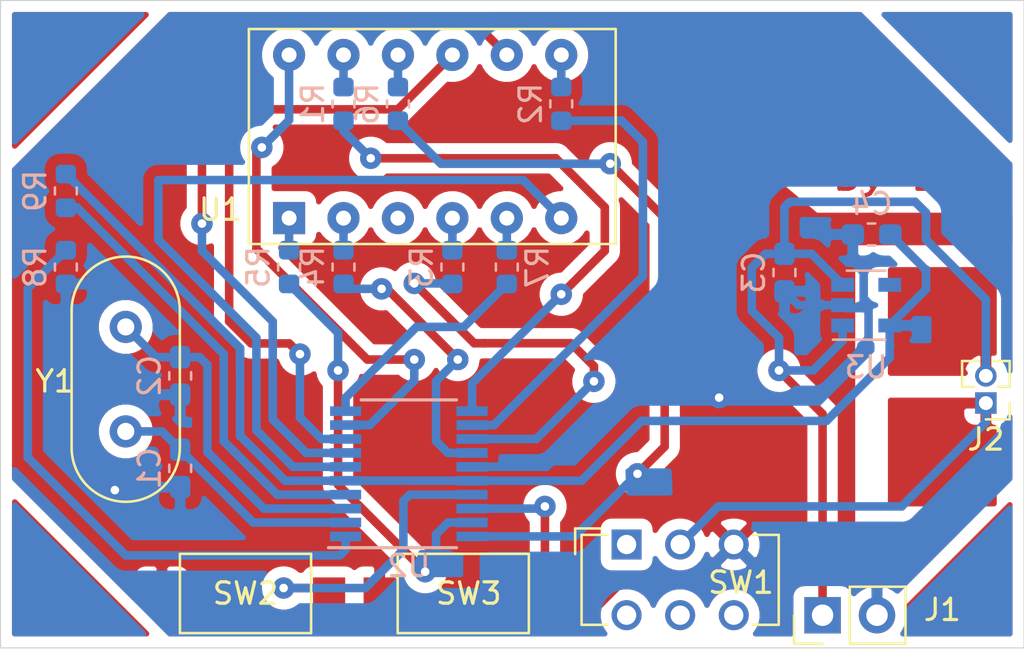
<source format=kicad_pcb>
(kicad_pcb (version 20171130) (host pcbnew 5.1.2-1.fc30)

  (general
    (thickness 1.6)
    (drawings 6)
    (tracks 233)
    (zones 0)
    (modules 22)
    (nets 32)
  )

  (page A4)
  (layers
    (0 F.Cu signal)
    (31 B.Cu signal)
    (32 B.Adhes user)
    (33 F.Adhes user)
    (34 B.Paste user)
    (35 F.Paste user)
    (36 B.SilkS user hide)
    (37 F.SilkS user hide)
    (38 B.Mask user)
    (39 F.Mask user hide)
    (40 Dwgs.User user)
    (41 Cmts.User user)
    (42 Eco1.User user)
    (43 Eco2.User user)
    (44 Edge.Cuts user)
    (45 Margin user)
    (46 B.CrtYd user hide)
    (47 F.CrtYd user hide)
    (48 B.Fab user hide)
    (49 F.Fab user hide)
  )

  (setup
    (last_trace_width 0.4)
    (user_trace_width 0.4)
    (user_trace_width 0.6)
    (trace_clearance 0.2)
    (zone_clearance 0.508)
    (zone_45_only no)
    (trace_min 0.3)
    (via_size 1)
    (via_drill 0.4)
    (via_min_size 0.4)
    (via_min_drill 0.3)
    (user_via 1 0.4)
    (uvia_size 0.3)
    (uvia_drill 0.1)
    (uvias_allowed no)
    (uvia_min_size 0.2)
    (uvia_min_drill 0.1)
    (edge_width 0.05)
    (segment_width 0.2)
    (pcb_text_width 0.3)
    (pcb_text_size 1.5 1.5)
    (mod_edge_width 0.12)
    (mod_text_size 1 1)
    (mod_text_width 0.15)
    (pad_size 1.5 1.5)
    (pad_drill 0.7)
    (pad_to_mask_clearance 0.051)
    (solder_mask_min_width 0.25)
    (aux_axis_origin 0 0)
    (visible_elements FFFFFFFF)
    (pcbplotparams
      (layerselection 0x010fc_ffffffff)
      (usegerberextensions false)
      (usegerberattributes false)
      (usegerberadvancedattributes false)
      (creategerberjobfile false)
      (excludeedgelayer true)
      (linewidth 0.100000)
      (plotframeref false)
      (viasonmask false)
      (mode 1)
      (useauxorigin false)
      (hpglpennumber 1)
      (hpglpenspeed 20)
      (hpglpendiameter 15.000000)
      (psnegative false)
      (psa4output false)
      (plotreference true)
      (plotvalue true)
      (plotinvisibletext false)
      (padsonsilk false)
      (subtractmaskfromsilk false)
      (outputformat 1)
      (mirror false)
      (drillshape 1)
      (scaleselection 1)
      (outputdirectory ""))
  )

  (net 0 "")
  (net 1 GND)
  (net 2 "Net-(C1-Pad1)")
  (net 3 "Net-(C2-Pad1)")
  (net 4 "Net-(C3-Pad1)")
  (net 5 +3V3)
  (net 6 "Net-(R1-Pad1)")
  (net 7 SA)
  (net 8 SB)
  (net 9 "Net-(R2-Pad1)")
  (net 10 SC)
  (net 11 "Net-(R3-Pad1)")
  (net 12 SD)
  (net 13 "Net-(R4-Pad1)")
  (net 14 "Net-(R5-Pad1)")
  (net 15 SE)
  (net 16 "Net-(R6-Pad1)")
  (net 17 SF)
  (net 18 SG)
  (net 19 "Net-(R7-Pad2)")
  (net 20 "Net-(R8-Pad1)")
  (net 21 "Net-(R9-Pad2)")
  (net 22 "Net-(SW1-Pad1)")
  (net 23 "Net-(SW2-Pad1)")
  (net 24 "Net-(SW3-Pad1)")
  (net 25 "Net-(U1-Pad3)")
  (net 26 D4)
  (net 27 D3)
  (net 28 D2)
  (net 29 D1)
  (net 30 "Net-(U3-Pad4)")
  (net 31 "Net-(J2-Pad1)")

  (net_class Default "To jest domyślna klasa połączeń."
    (clearance 0.2)
    (trace_width 0.4)
    (via_dia 1)
    (via_drill 0.4)
    (uvia_dia 0.3)
    (uvia_drill 0.1)
    (diff_pair_width 0.3)
    (diff_pair_gap 0.25)
    (add_net +3V3)
    (add_net D1)
    (add_net D2)
    (add_net D3)
    (add_net D4)
    (add_net GND)
    (add_net "Net-(C1-Pad1)")
    (add_net "Net-(C2-Pad1)")
    (add_net "Net-(C3-Pad1)")
    (add_net "Net-(J2-Pad1)")
    (add_net "Net-(R1-Pad1)")
    (add_net "Net-(R2-Pad1)")
    (add_net "Net-(R3-Pad1)")
    (add_net "Net-(R4-Pad1)")
    (add_net "Net-(R5-Pad1)")
    (add_net "Net-(R6-Pad1)")
    (add_net "Net-(R7-Pad2)")
    (add_net "Net-(R8-Pad1)")
    (add_net "Net-(R9-Pad2)")
    (add_net "Net-(SW1-Pad1)")
    (add_net "Net-(SW2-Pad1)")
    (add_net "Net-(SW3-Pad1)")
    (add_net "Net-(U1-Pad3)")
    (add_net "Net-(U3-Pad4)")
    (add_net SA)
    (add_net SB)
    (add_net SC)
    (add_net SD)
    (add_net SE)
    (add_net SF)
    (add_net SG)
  )

  (net_class +3V3 ""
    (clearance 0.2)
    (trace_width 0.6)
    (via_dia 1)
    (via_drill 0.4)
    (uvia_dia 0.3)
    (uvia_drill 0.1)
    (diff_pair_width 0.3)
    (diff_pair_gap 0.25)
  )

  (net_class GND ""
    (clearance 0.2)
    (trace_width 0.6)
    (via_dia 1)
    (via_drill 0.4)
    (uvia_dia 0.3)
    (uvia_drill 0.1)
    (diff_pair_width 0.3)
    (diff_pair_gap 0.25)
  )

  (module Crystal:Crystal_HC49-4H_Vertical (layer F.Cu) (tedit 5A1AD3B7) (tstamp 5D2C300A)
    (at 206.502 106.68 270)
    (descr "Crystal THT HC-49-4H http://5hertz.com/pdfs/04404_D.pdf")
    (tags "THT crystalHC-49-4H")
    (path /5D1B3EB6)
    (fp_text reference Y1 (at 2.54 3.302 180) (layer F.SilkS)
      (effects (font (size 1 1) (thickness 0.15)))
    )
    (fp_text value 18.432MHz (at 2.44 3.525 90) (layer F.Fab)
      (effects (font (size 1 1) (thickness 0.15)))
    )
    (fp_text user %R (at 2.44 0 90) (layer F.Fab)
      (effects (font (size 1 1) (thickness 0.15)))
    )
    (fp_line (start -0.76 -2.325) (end 5.64 -2.325) (layer F.Fab) (width 0.1))
    (fp_line (start -0.76 2.325) (end 5.64 2.325) (layer F.Fab) (width 0.1))
    (fp_line (start -0.56 -2) (end 5.44 -2) (layer F.Fab) (width 0.1))
    (fp_line (start -0.56 2) (end 5.44 2) (layer F.Fab) (width 0.1))
    (fp_line (start -0.76 -2.525) (end 5.64 -2.525) (layer F.SilkS) (width 0.12))
    (fp_line (start -0.76 2.525) (end 5.64 2.525) (layer F.SilkS) (width 0.12))
    (fp_line (start -3.6 -2.8) (end -3.6 2.8) (layer F.CrtYd) (width 0.05))
    (fp_line (start -3.6 2.8) (end 8.5 2.8) (layer F.CrtYd) (width 0.05))
    (fp_line (start 8.5 2.8) (end 8.5 -2.8) (layer F.CrtYd) (width 0.05))
    (fp_line (start 8.5 -2.8) (end -3.6 -2.8) (layer F.CrtYd) (width 0.05))
    (fp_arc (start -0.76 0) (end -0.76 -2.325) (angle -180) (layer F.Fab) (width 0.1))
    (fp_arc (start 5.64 0) (end 5.64 -2.325) (angle 180) (layer F.Fab) (width 0.1))
    (fp_arc (start -0.56 0) (end -0.56 -2) (angle -180) (layer F.Fab) (width 0.1))
    (fp_arc (start 5.44 0) (end 5.44 -2) (angle 180) (layer F.Fab) (width 0.1))
    (fp_arc (start -0.76 0) (end -0.76 -2.525) (angle -180) (layer F.SilkS) (width 0.12))
    (fp_arc (start 5.64 0) (end 5.64 -2.525) (angle 180) (layer F.SilkS) (width 0.12))
    (pad 1 thru_hole circle (at 0 0 270) (size 1.5 1.5) (drill 0.8) (layers *.Cu *.Mask)
      (net 3 "Net-(C2-Pad1)"))
    (pad 2 thru_hole circle (at 4.88 0 270) (size 1.5 1.5) (drill 0.8) (layers *.Cu *.Mask)
      (net 2 "Net-(C1-Pad1)"))
    (model ${KISYS3DMOD}/Crystal.3dshapes/Crystal_HC49-4H_Vertical.wrl
      (at (xyz 0 0 0))
      (scale (xyz 1 1 1))
      (rotate (xyz 0 0 0))
    )
  )

  (module Display_7Segment:MAN3420A (layer F.Cu) (tedit 5D2C2E92) (tstamp 5D1ED33A)
    (at 214.122 101.6 90)
    (descr https://www.digchip.com/datasheets/parts/datasheet/161/MAN3640A-pdf.php)
    (tags "One digit 7 segment green LED with left dot")
    (path /5D1B19BD)
    (fp_text reference U1 (at 0.4 -3.2 180) (layer F.SilkS)
      (effects (font (size 1 1) (thickness 0.15)))
    )
    (fp_text value BQ-M322RD (at 3.81 16.51 90) (layer F.Fab)
      (effects (font (size 1 1) (thickness 0.15)))
    )
    (fp_text user %R (at 3.8 7.8 90) (layer F.Fab)
      (effects (font (size 1 1) (thickness 0.15)))
    )
    (fp_line (start -1.34 -2.01) (end 8.96 -2.01) (layer F.CrtYd) (width 0.05))
    (fp_line (start 8.96 -2.01) (end 8.89 13.97) (layer F.CrtYd) (width 0.05))
    (fp_line (start -1.09 1) (end -0.09 0) (layer F.Fab) (width 0.1))
    (fp_line (start -0.09 0) (end -1.09 -1) (layer F.Fab) (width 0.1))
    (fp_line (start -1.09 -1) (end -1.09 -1.755) (layer F.Fab) (width 0.1))
    (fp_line (start -1.21 -1.875) (end 8.83 -1.875) (layer F.SilkS) (width 0.12))
    (fp_line (start 8.83 -1.875) (end 8.83 15.24) (layer F.SilkS) (width 0.12))
    (fp_line (start 8.83 15.24) (end -1.21 15.24) (layer F.SilkS) (width 0.12))
    (fp_line (start -1.21 15.24) (end -1.21 -1.875) (layer F.SilkS) (width 0.12))
    (fp_line (start -1.09 -1.755) (end 8.71 -1.755) (layer F.Fab) (width 0.1))
    (pad 1 thru_hole rect (at 0 0 90) (size 1.5 1.5) (drill 0.7) (layers *.Cu *.Mask)
      (net 14 "Net-(R5-Pad1)"))
    (pad 2 thru_hole circle (at 0 2.54 90) (size 1.5 1.5) (drill 0.7) (layers *.Cu *.Mask)
      (net 13 "Net-(R4-Pad1)"))
    (pad 3 thru_hole circle (at 0 5.08 90) (size 1.5 1.5) (drill 0.7) (layers *.Cu *.Mask)
      (net 25 "Net-(U1-Pad3)"))
    (pad 4 thru_hole circle (at 0 7.62 90) (size 1.5 1.5) (drill 0.7) (layers *.Cu *.Mask)
      (net 11 "Net-(R3-Pad1)"))
    (pad 5 thru_hole circle (at 0 10.16 90) (size 1.5 1.5) (drill 0.7) (layers *.Cu *.Mask)
      (net 19 "Net-(R7-Pad2)"))
    (pad 6 thru_hole circle (at 0 12.7 90) (size 1.5 1.5) (drill 0.7) (layers *.Cu *.Mask)
      (net 26 D4))
    (pad 7 thru_hole circle (at 7.62 12.7 90) (size 1.5 1.5) (drill 0.7) (layers *.Cu *.Mask)
      (net 9 "Net-(R2-Pad1)"))
    (pad 8 thru_hole circle (at 7.62 10.16 90) (size 1.5 1.5) (drill 0.7) (layers *.Cu *.Mask)
      (net 27 D3))
    (pad 9 thru_hole circle (at 7.62 7.62 90) (size 1.5 1.5) (drill 0.7) (layers *.Cu *.Mask)
      (net 28 D2))
    (pad 10 thru_hole circle (at 7.62 5.08 90) (size 1.5 1.5) (drill 0.7) (layers *.Cu *.Mask)
      (net 16 "Net-(R6-Pad1)"))
    (pad 11 thru_hole circle (at 7.62 2.54 90) (size 1.5 1.5) (drill 0.7) (layers *.Cu *.Mask)
      (net 6 "Net-(R1-Pad1)"))
    (pad 12 thru_hole circle (at 7.62 0 90) (size 1.5 1.5) (drill 0.7) (layers *.Cu *.Mask)
      (net 29 D1))
    (model ${KISYS3DMOD}/Display_7Segment.3dshapes/MAN3420A.wrl
      (at (xyz 0 0 0))
      (scale (xyz 1 1 1))
      (rotate (xyz 0 0 0))
    )
  )

  (module Button_Switch_SMD:SW_SPST_CK_RS282G05A3 (layer F.Cu) (tedit 5A7A67D2) (tstamp 5D2D9102)
    (at 222.25 119.126 180)
    (descr https://www.mouser.com/ds/2/60/RS-282G05A-SM_RT-1159762.pdf)
    (tags "SPST button tactile switch")
    (path /5D1BD717)
    (attr smd)
    (fp_text reference SW3 (at -0.254 0) (layer F.SilkS)
      (effects (font (size 1 1) (thickness 0.15)))
    )
    (fp_text value CLEAR (at 0 3) (layer F.Fab)
      (effects (font (size 1 1) (thickness 0.15)))
    )
    (fp_line (start 3 -1.8) (end 3 1.8) (layer F.Fab) (width 0.1))
    (fp_line (start -3 -1.8) (end -3 1.8) (layer F.Fab) (width 0.1))
    (fp_line (start -3 -1.8) (end 3 -1.8) (layer F.Fab) (width 0.1))
    (fp_line (start -3 1.8) (end 3 1.8) (layer F.Fab) (width 0.1))
    (fp_line (start -1.5 -0.8) (end -1.5 0.8) (layer F.Fab) (width 0.1))
    (fp_line (start 1.5 -0.8) (end 1.5 0.8) (layer F.Fab) (width 0.1))
    (fp_line (start -1.5 -0.8) (end 1.5 -0.8) (layer F.Fab) (width 0.1))
    (fp_line (start -1.5 0.8) (end 1.5 0.8) (layer F.Fab) (width 0.1))
    (fp_line (start -3.06 1.85) (end -3.06 -1.85) (layer F.SilkS) (width 0.12))
    (fp_line (start 3.06 1.85) (end -3.06 1.85) (layer F.SilkS) (width 0.12))
    (fp_line (start 3.06 -1.85) (end 3.06 1.85) (layer F.SilkS) (width 0.12))
    (fp_line (start -3.06 -1.85) (end 3.06 -1.85) (layer F.SilkS) (width 0.12))
    (fp_line (start -1.75 1) (end -1.75 -1) (layer F.Fab) (width 0.1))
    (fp_line (start 1.75 1) (end -1.75 1) (layer F.Fab) (width 0.1))
    (fp_line (start 1.75 -1) (end 1.75 1) (layer F.Fab) (width 0.1))
    (fp_line (start -1.75 -1) (end 1.75 -1) (layer F.Fab) (width 0.1))
    (fp_text user %R (at 0 1.778) (layer F.Fab)
      (effects (font (size 1 1) (thickness 0.15)))
    )
    (fp_line (start -4.9 -2.05) (end 4.9 -2.05) (layer F.CrtYd) (width 0.05))
    (fp_line (start 4.9 -2.05) (end 4.9 2.05) (layer F.CrtYd) (width 0.05))
    (fp_line (start 4.9 2.05) (end -4.9 2.05) (layer F.CrtYd) (width 0.05))
    (fp_line (start -4.9 2.05) (end -4.9 -2.05) (layer F.CrtYd) (width 0.05))
    (pad 2 smd rect (at 3.9 0 180) (size 1.5 1.5) (layers F.Cu F.Paste F.Mask)
      (net 1 GND))
    (pad 1 smd rect (at -3.9 0 180) (size 1.5 1.5) (layers F.Cu F.Paste F.Mask)
      (net 24 "Net-(SW3-Pad1)"))
    (model ${KISYS3DMOD}/Button_Switch_SMD.3dshapes/SW_SPST_CK_RS282G05A3.wrl
      (at (xyz 0 0 0))
      (scale (xyz 1 1 1))
      (rotate (xyz 0 0 0))
    )
  )

  (module Package_SO:TSSOP-20_4.4x6.5mm_P0.65mm (layer B.Cu) (tedit 5A02F25C) (tstamp 5D1EA92B)
    (at 219.71 113.538)
    (descr "20-Lead Plastic Thin Shrink Small Outline (ST)-4.4 mm Body [TSSOP] (see Microchip Packaging Specification 00000049BS.pdf)")
    (tags "SSOP 0.65")
    (path /5D1B29CB)
    (attr smd)
    (fp_text reference U2 (at 0 4.3) (layer B.SilkS)
      (effects (font (size 1 1) (thickness 0.15)) (justify mirror))
    )
    (fp_text value STM32F030F4Px (at 0 -4.3) (layer B.Fab)
      (effects (font (size 1 1) (thickness 0.15)) (justify mirror))
    )
    (fp_line (start -1.2 3.25) (end 2.2 3.25) (layer B.Fab) (width 0.15))
    (fp_line (start 2.2 3.25) (end 2.2 -3.25) (layer B.Fab) (width 0.15))
    (fp_line (start 2.2 -3.25) (end -2.2 -3.25) (layer B.Fab) (width 0.15))
    (fp_line (start -2.2 -3.25) (end -2.2 2.25) (layer B.Fab) (width 0.15))
    (fp_line (start -2.2 2.25) (end -1.2 3.25) (layer B.Fab) (width 0.15))
    (fp_line (start -3.95 3.55) (end -3.95 -3.55) (layer B.CrtYd) (width 0.05))
    (fp_line (start 3.95 3.55) (end 3.95 -3.55) (layer B.CrtYd) (width 0.05))
    (fp_line (start -3.95 3.55) (end 3.95 3.55) (layer B.CrtYd) (width 0.05))
    (fp_line (start -3.95 -3.55) (end 3.95 -3.55) (layer B.CrtYd) (width 0.05))
    (fp_line (start -2.225 -3.45) (end 2.225 -3.45) (layer B.SilkS) (width 0.15))
    (fp_line (start -3.75 3.45) (end 2.225 3.45) (layer B.SilkS) (width 0.15))
    (fp_text user %R (at 0 0) (layer B.Fab)
      (effects (font (size 0.8 0.8) (thickness 0.15)) (justify mirror))
    )
    (pad 1 smd rect (at -2.95 2.925) (size 1.45 0.45) (layers B.Cu B.Paste B.Mask)
      (net 20 "Net-(R8-Pad1)"))
    (pad 2 smd rect (at -2.95 2.275) (size 1.45 0.45) (layers B.Cu B.Paste B.Mask)
      (net 2 "Net-(C1-Pad1)"))
    (pad 3 smd rect (at -2.95 1.625) (size 1.45 0.45) (layers B.Cu B.Paste B.Mask)
      (net 3 "Net-(C2-Pad1)"))
    (pad 4 smd rect (at -2.95 0.975) (size 1.45 0.45) (layers B.Cu B.Paste B.Mask)
      (net 21 "Net-(R9-Pad2)"))
    (pad 5 smd rect (at -2.95 0.325) (size 1.45 0.45) (layers B.Cu B.Paste B.Mask)
      (net 5 +3V3))
    (pad 6 smd rect (at -2.95 -0.325) (size 1.45 0.45) (layers B.Cu B.Paste B.Mask)
      (net 26 D4))
    (pad 7 smd rect (at -2.95 -0.975) (size 1.45 0.45) (layers B.Cu B.Paste B.Mask)
      (net 27 D3))
    (pad 8 smd rect (at -2.95 -1.625) (size 1.45 0.45) (layers B.Cu B.Paste B.Mask)
      (net 28 D2))
    (pad 9 smd rect (at -2.95 -2.275) (size 1.45 0.45) (layers B.Cu B.Paste B.Mask)
      (net 29 D1))
    (pad 10 smd rect (at -2.95 -2.925) (size 1.45 0.45) (layers B.Cu B.Paste B.Mask)
      (net 18 SG))
    (pad 11 smd rect (at 2.95 -2.925) (size 1.45 0.45) (layers B.Cu B.Paste B.Mask)
      (net 7 SA))
    (pad 12 smd rect (at 2.95 -2.275) (size 1.45 0.45) (layers B.Cu B.Paste B.Mask)
      (net 8 SB))
    (pad 13 smd rect (at 2.95 -1.625) (size 1.45 0.45) (layers B.Cu B.Paste B.Mask)
      (net 10 SC))
    (pad 14 smd rect (at 2.95 -0.975) (size 1.45 0.45) (layers B.Cu B.Paste B.Mask)
      (net 12 SD))
    (pad 15 smd rect (at 2.95 -0.325) (size 1.45 0.45) (layers B.Cu B.Paste B.Mask)
      (net 1 GND))
    (pad 16 smd rect (at 2.95 0.325) (size 1.45 0.45) (layers B.Cu B.Paste B.Mask)
      (net 5 +3V3))
    (pad 17 smd rect (at 2.95 0.975) (size 1.45 0.45) (layers B.Cu B.Paste B.Mask)
      (net 23 "Net-(SW2-Pad1)"))
    (pad 18 smd rect (at 2.95 1.625) (size 1.45 0.45) (layers B.Cu B.Paste B.Mask)
      (net 24 "Net-(SW3-Pad1)"))
    (pad 19 smd rect (at 2.95 2.275) (size 1.45 0.45) (layers B.Cu B.Paste B.Mask)
      (net 15 SE))
    (pad 20 smd rect (at 2.95 2.925) (size 1.45 0.45) (layers B.Cu B.Paste B.Mask)
      (net 17 SF))
    (model ${KISYS3DMOD}/Package_SO.3dshapes/TSSOP-20_4.4x6.5mm_P0.65mm.wrl
      (at (xyz 0 0 0))
      (scale (xyz 1 1 1))
      (rotate (xyz 0 0 0))
    )
  )

  (module Button_Switch_THT:SW_CuK_JS202011CQN_DPDT_Straight (layer F.Cu) (tedit 5A02FE31) (tstamp 5D1E83D0)
    (at 229.87 116.84)
    (descr "CuK sub miniature slide switch, JS series, DPDT, right angle, http://www.ckswitches.com/media/1422/js.pdf")
    (tags "switch DPDT")
    (path /5D1B5FD6)
    (fp_text reference SW1 (at 5.334 1.778) (layer F.SilkS)
      (effects (font (size 1 1) (thickness 0.15)))
    )
    (fp_text value POWER (at 2.54 -1.778) (layer F.Fab)
      (effects (font (size 1 1) (thickness 0.15)))
    )
    (fp_line (start -1 -0.35) (end -2 0.65) (layer F.Fab) (width 0.1))
    (fp_line (start -2.25 4.25) (end -2.25 -0.95) (layer F.CrtYd) (width 0.05))
    (fp_line (start 7.25 4.25) (end -2.25 4.25) (layer F.CrtYd) (width 0.05))
    (fp_line (start 7.25 -0.95) (end 7.25 4.25) (layer F.CrtYd) (width 0.05))
    (fp_line (start -2.25 -0.95) (end 7.25 -0.95) (layer F.CrtYd) (width 0.05))
    (fp_line (start -2.4 -0.75) (end -2.4 0.45) (layer F.SilkS) (width 0.12))
    (fp_line (start -1.2 -0.75) (end -2.4 -0.75) (layer F.SilkS) (width 0.12))
    (fp_line (start 7.1 3.75) (end 5.9 3.75) (layer F.SilkS) (width 0.12))
    (fp_line (start 7.1 -0.45) (end 7.1 3.75) (layer F.SilkS) (width 0.12))
    (fp_line (start 5.9 -0.45) (end 7.1 -0.45) (layer F.SilkS) (width 0.12))
    (fp_line (start -2.1 3.75) (end -0.9 3.75) (layer F.SilkS) (width 0.12))
    (fp_line (start -2.1 -0.45) (end -2.1 3.75) (layer F.SilkS) (width 0.12))
    (fp_line (start -0.9 -0.45) (end -2.1 -0.45) (layer F.SilkS) (width 0.12))
    (fp_text user %R (at 2 1.65) (layer F.Fab)
      (effects (font (size 1 1) (thickness 0.15)))
    )
    (fp_line (start -2 3.65) (end -2 0.65) (layer F.Fab) (width 0.1))
    (fp_line (start 7 3.65) (end -2 3.65) (layer F.Fab) (width 0.1))
    (fp_line (start 7 -0.35) (end 7 3.65) (layer F.Fab) (width 0.1))
    (fp_line (start -1 -0.35) (end 7 -0.35) (layer F.Fab) (width 0.1))
    (pad 1 thru_hole rect (at 0 0) (size 1.4 1.4) (drill 0.9) (layers *.Cu *.Mask)
      (net 22 "Net-(SW1-Pad1)"))
    (pad 2 thru_hole circle (at 2.5 0) (size 1.4 1.4) (drill 0.9) (layers *.Cu *.Mask)
      (net 31 "Net-(J2-Pad1)"))
    (pad 3 thru_hole circle (at 5 0) (size 1.4 1.4) (drill 0.9) (layers *.Cu *.Mask)
      (net 1 GND))
    (pad 4 thru_hole circle (at 0 3.3) (size 1.4 1.4) (drill 0.9) (layers *.Cu *.Mask))
    (pad 5 thru_hole circle (at 2.5 3.3) (size 1.4 1.4) (drill 0.9) (layers *.Cu *.Mask))
    (pad 6 thru_hole circle (at 5 3.3) (size 1.4 1.4) (drill 0.9) (layers *.Cu *.Mask))
    (model ${KISYS3DMOD}/Button_Switch_THT.3dshapes/SW_CuK_JS202011CQN_DPDT_Straight.wrl
      (at (xyz 0 0 0))
      (scale (xyz 1 1 1))
      (rotate (xyz 0 0 0))
    )
  )

  (module Capacitor_SMD:C_0603_1608Metric_Pad1.05x0.95mm_HandSolder (layer B.Cu) (tedit 5B301BBE) (tstamp 5D1E81FF)
    (at 209.042 113.284 270)
    (descr "Capacitor SMD 0603 (1608 Metric), square (rectangular) end terminal, IPC_7351 nominal with elongated pad for handsoldering. (Body size source: http://www.tortai-tech.com/upload/download/2011102023233369053.pdf), generated with kicad-footprint-generator")
    (tags "capacitor handsolder")
    (path /5D1CEC8A)
    (attr smd)
    (fp_text reference C1 (at 0 1.43 90) (layer B.SilkS)
      (effects (font (size 1 1) (thickness 0.15)) (justify mirror))
    )
    (fp_text value 22p (at 0 -1.43 90) (layer B.Fab)
      (effects (font (size 1 1) (thickness 0.15)) (justify mirror))
    )
    (fp_text user %R (at 0 0 90) (layer B.Fab)
      (effects (font (size 0.4 0.4) (thickness 0.06)) (justify mirror))
    )
    (fp_line (start 1.65 -0.73) (end -1.65 -0.73) (layer B.CrtYd) (width 0.05))
    (fp_line (start 1.65 0.73) (end 1.65 -0.73) (layer B.CrtYd) (width 0.05))
    (fp_line (start -1.65 0.73) (end 1.65 0.73) (layer B.CrtYd) (width 0.05))
    (fp_line (start -1.65 -0.73) (end -1.65 0.73) (layer B.CrtYd) (width 0.05))
    (fp_line (start -0.171267 -0.51) (end 0.171267 -0.51) (layer B.SilkS) (width 0.12))
    (fp_line (start -0.171267 0.51) (end 0.171267 0.51) (layer B.SilkS) (width 0.12))
    (fp_line (start 0.8 -0.4) (end -0.8 -0.4) (layer B.Fab) (width 0.1))
    (fp_line (start 0.8 0.4) (end 0.8 -0.4) (layer B.Fab) (width 0.1))
    (fp_line (start -0.8 0.4) (end 0.8 0.4) (layer B.Fab) (width 0.1))
    (fp_line (start -0.8 -0.4) (end -0.8 0.4) (layer B.Fab) (width 0.1))
    (pad 2 smd roundrect (at 0.875 0 270) (size 1.05 0.95) (layers B.Cu B.Paste B.Mask) (roundrect_rratio 0.25)
      (net 1 GND))
    (pad 1 smd roundrect (at -0.875 0 270) (size 1.05 0.95) (layers B.Cu B.Paste B.Mask) (roundrect_rratio 0.25)
      (net 2 "Net-(C1-Pad1)"))
    (model ${KISYS3DMOD}/Capacitor_SMD.3dshapes/C_0603_1608Metric.wrl
      (at (xyz 0 0 0))
      (scale (xyz 1 1 1))
      (rotate (xyz 0 0 0))
    )
  )

  (module Capacitor_SMD:C_0603_1608Metric_Pad1.05x0.95mm_HandSolder (layer B.Cu) (tedit 5B301BBE) (tstamp 5D1E8210)
    (at 209.042 108.966 270)
    (descr "Capacitor SMD 0603 (1608 Metric), square (rectangular) end terminal, IPC_7351 nominal with elongated pad for handsoldering. (Body size source: http://www.tortai-tech.com/upload/download/2011102023233369053.pdf), generated with kicad-footprint-generator")
    (tags "capacitor handsolder")
    (path /5D1D00E5)
    (attr smd)
    (fp_text reference C2 (at 0 1.43 90) (layer B.SilkS)
      (effects (font (size 1 1) (thickness 0.15)) (justify mirror))
    )
    (fp_text value 22p (at 0 -1.43 90) (layer B.Fab)
      (effects (font (size 1 1) (thickness 0.15)) (justify mirror))
    )
    (fp_line (start -0.8 -0.4) (end -0.8 0.4) (layer B.Fab) (width 0.1))
    (fp_line (start -0.8 0.4) (end 0.8 0.4) (layer B.Fab) (width 0.1))
    (fp_line (start 0.8 0.4) (end 0.8 -0.4) (layer B.Fab) (width 0.1))
    (fp_line (start 0.8 -0.4) (end -0.8 -0.4) (layer B.Fab) (width 0.1))
    (fp_line (start -0.171267 0.51) (end 0.171267 0.51) (layer B.SilkS) (width 0.12))
    (fp_line (start -0.171267 -0.51) (end 0.171267 -0.51) (layer B.SilkS) (width 0.12))
    (fp_line (start -1.65 -0.73) (end -1.65 0.73) (layer B.CrtYd) (width 0.05))
    (fp_line (start -1.65 0.73) (end 1.65 0.73) (layer B.CrtYd) (width 0.05))
    (fp_line (start 1.65 0.73) (end 1.65 -0.73) (layer B.CrtYd) (width 0.05))
    (fp_line (start 1.65 -0.73) (end -1.65 -0.73) (layer B.CrtYd) (width 0.05))
    (fp_text user %R (at 0 0 90) (layer B.Fab)
      (effects (font (size 0.4 0.4) (thickness 0.06)) (justify mirror))
    )
    (pad 1 smd roundrect (at -0.875 0 270) (size 1.05 0.95) (layers B.Cu B.Paste B.Mask) (roundrect_rratio 0.25)
      (net 3 "Net-(C2-Pad1)"))
    (pad 2 smd roundrect (at 0.875 0 270) (size 1.05 0.95) (layers B.Cu B.Paste B.Mask) (roundrect_rratio 0.25)
      (net 1 GND))
    (model ${KISYS3DMOD}/Capacitor_SMD.3dshapes/C_0603_1608Metric.wrl
      (at (xyz 0 0 0))
      (scale (xyz 1 1 1))
      (rotate (xyz 0 0 0))
    )
  )

  (module Capacitor_SMD:C_0603_1608Metric_Pad1.05x0.95mm_HandSolder (layer B.Cu) (tedit 5B301BBE) (tstamp 5D1E8221)
    (at 237.236 104.14 270)
    (descr "Capacitor SMD 0603 (1608 Metric), square (rectangular) end terminal, IPC_7351 nominal with elongated pad for handsoldering. (Body size source: http://www.tortai-tech.com/upload/download/2011102023233369053.pdf), generated with kicad-footprint-generator")
    (tags "capacitor handsolder")
    (path /5D1D189F)
    (attr smd)
    (fp_text reference C3 (at 0 1.43 90) (layer B.SilkS)
      (effects (font (size 1 1) (thickness 0.15)) (justify mirror))
    )
    (fp_text value 100n (at 0 -1.43 90) (layer B.Fab)
      (effects (font (size 1 1) (thickness 0.15)) (justify mirror))
    )
    (fp_text user %R (at 0 0 90) (layer B.Fab)
      (effects (font (size 0.4 0.4) (thickness 0.06)) (justify mirror))
    )
    (fp_line (start 1.65 -0.73) (end -1.65 -0.73) (layer B.CrtYd) (width 0.05))
    (fp_line (start 1.65 0.73) (end 1.65 -0.73) (layer B.CrtYd) (width 0.05))
    (fp_line (start -1.65 0.73) (end 1.65 0.73) (layer B.CrtYd) (width 0.05))
    (fp_line (start -1.65 -0.73) (end -1.65 0.73) (layer B.CrtYd) (width 0.05))
    (fp_line (start -0.171267 -0.51) (end 0.171267 -0.51) (layer B.SilkS) (width 0.12))
    (fp_line (start -0.171267 0.51) (end 0.171267 0.51) (layer B.SilkS) (width 0.12))
    (fp_line (start 0.8 -0.4) (end -0.8 -0.4) (layer B.Fab) (width 0.1))
    (fp_line (start 0.8 0.4) (end 0.8 -0.4) (layer B.Fab) (width 0.1))
    (fp_line (start -0.8 0.4) (end 0.8 0.4) (layer B.Fab) (width 0.1))
    (fp_line (start -0.8 -0.4) (end -0.8 0.4) (layer B.Fab) (width 0.1))
    (pad 2 smd roundrect (at 0.875 0 270) (size 1.05 0.95) (layers B.Cu B.Paste B.Mask) (roundrect_rratio 0.25)
      (net 1 GND))
    (pad 1 smd roundrect (at -0.875 0 270) (size 1.05 0.95) (layers B.Cu B.Paste B.Mask) (roundrect_rratio 0.25)
      (net 4 "Net-(C3-Pad1)"))
    (model ${KISYS3DMOD}/Capacitor_SMD.3dshapes/C_0603_1608Metric.wrl
      (at (xyz 0 0 0))
      (scale (xyz 1 1 1))
      (rotate (xyz 0 0 0))
    )
  )

  (module Capacitor_SMD:C_0603_1608Metric_Pad1.05x0.95mm_HandSolder (layer B.Cu) (tedit 5B301BBE) (tstamp 5D1E8232)
    (at 241.3 102.362 180)
    (descr "Capacitor SMD 0603 (1608 Metric), square (rectangular) end terminal, IPC_7351 nominal with elongated pad for handsoldering. (Body size source: http://www.tortai-tech.com/upload/download/2011102023233369053.pdf), generated with kicad-footprint-generator")
    (tags "capacitor handsolder")
    (path /5D1D18A5)
    (attr smd)
    (fp_text reference C4 (at 0 1.43) (layer B.SilkS)
      (effects (font (size 1 1) (thickness 0.15)) (justify mirror))
    )
    (fp_text value 100n (at 0 -1.43) (layer B.Fab)
      (effects (font (size 1 1) (thickness 0.15)) (justify mirror))
    )
    (fp_line (start -0.8 -0.4) (end -0.8 0.4) (layer B.Fab) (width 0.1))
    (fp_line (start -0.8 0.4) (end 0.8 0.4) (layer B.Fab) (width 0.1))
    (fp_line (start 0.8 0.4) (end 0.8 -0.4) (layer B.Fab) (width 0.1))
    (fp_line (start 0.8 -0.4) (end -0.8 -0.4) (layer B.Fab) (width 0.1))
    (fp_line (start -0.171267 0.51) (end 0.171267 0.51) (layer B.SilkS) (width 0.12))
    (fp_line (start -0.171267 -0.51) (end 0.171267 -0.51) (layer B.SilkS) (width 0.12))
    (fp_line (start -1.65 -0.73) (end -1.65 0.73) (layer B.CrtYd) (width 0.05))
    (fp_line (start -1.65 0.73) (end 1.65 0.73) (layer B.CrtYd) (width 0.05))
    (fp_line (start 1.65 0.73) (end 1.65 -0.73) (layer B.CrtYd) (width 0.05))
    (fp_line (start 1.65 -0.73) (end -1.65 -0.73) (layer B.CrtYd) (width 0.05))
    (fp_text user %R (at 0 0) (layer B.Fab)
      (effects (font (size 0.4 0.4) (thickness 0.06)) (justify mirror))
    )
    (pad 1 smd roundrect (at -0.875 0 180) (size 1.05 0.95) (layers B.Cu B.Paste B.Mask) (roundrect_rratio 0.25)
      (net 5 +3V3))
    (pad 2 smd roundrect (at 0.875 0 180) (size 1.05 0.95) (layers B.Cu B.Paste B.Mask) (roundrect_rratio 0.25)
      (net 1 GND))
    (model ${KISYS3DMOD}/Capacitor_SMD.3dshapes/C_0603_1608Metric.wrl
      (at (xyz 0 0 0))
      (scale (xyz 1 1 1))
      (rotate (xyz 0 0 0))
    )
  )

  (module Connector_PinHeader_2.54mm:PinHeader_1x02_P2.54mm_Vertical (layer F.Cu) (tedit 59FED5CC) (tstamp 5D1E82F1)
    (at 239.014 120.142 90)
    (descr "Through hole straight pin header, 1x02, 2.54mm pitch, single row")
    (tags "Through hole pin header THT 1x02 2.54mm single row")
    (path /5D1C06F8)
    (fp_text reference J1 (at 0.254 5.588 180) (layer F.SilkS)
      (effects (font (size 1 1) (thickness 0.15)))
    )
    (fp_text value Goldpin (at 2.286 1.27 180) (layer F.Fab)
      (effects (font (size 1 1) (thickness 0.15)))
    )
    (fp_line (start -0.635 -1.27) (end 1.27 -1.27) (layer F.Fab) (width 0.1))
    (fp_line (start 1.27 -1.27) (end 1.27 3.81) (layer F.Fab) (width 0.1))
    (fp_line (start 1.27 3.81) (end -1.27 3.81) (layer F.Fab) (width 0.1))
    (fp_line (start -1.27 3.81) (end -1.27 -0.635) (layer F.Fab) (width 0.1))
    (fp_line (start -1.27 -0.635) (end -0.635 -1.27) (layer F.Fab) (width 0.1))
    (fp_line (start -1.33 3.87) (end 1.33 3.87) (layer F.SilkS) (width 0.12))
    (fp_line (start -1.33 1.27) (end -1.33 3.87) (layer F.SilkS) (width 0.12))
    (fp_line (start 1.33 1.27) (end 1.33 3.87) (layer F.SilkS) (width 0.12))
    (fp_line (start -1.33 1.27) (end 1.33 1.27) (layer F.SilkS) (width 0.12))
    (fp_line (start -1.33 0) (end -1.33 -1.33) (layer F.SilkS) (width 0.12))
    (fp_line (start -1.33 -1.33) (end 0 -1.33) (layer F.SilkS) (width 0.12))
    (fp_line (start -1.8 -1.8) (end -1.8 4.35) (layer F.CrtYd) (width 0.05))
    (fp_line (start -1.8 4.35) (end 1.8 4.35) (layer F.CrtYd) (width 0.05))
    (fp_line (start 1.8 4.35) (end 1.8 -1.8) (layer F.CrtYd) (width 0.05))
    (fp_line (start 1.8 -1.8) (end -1.8 -1.8) (layer F.CrtYd) (width 0.05))
    (fp_text user %R (at 0 1.27) (layer F.Fab)
      (effects (font (size 1 1) (thickness 0.15)))
    )
    (pad 1 thru_hole rect (at 0 0 90) (size 1.7 1.7) (drill 1) (layers *.Cu *.Mask)
      (net 4 "Net-(C3-Pad1)"))
    (pad 2 thru_hole oval (at 0 2.54 90) (size 1.7 1.7) (drill 1) (layers *.Cu *.Mask)
      (net 1 GND))
    (model ${KISYS3DMOD}/Connector_PinHeader_2.54mm.3dshapes/PinHeader_1x02_P2.54mm_Vertical.wrl
      (at (xyz 0 0 0))
      (scale (xyz 1 1 1))
      (rotate (xyz 0 0 0))
    )
  )

  (module Resistor_SMD:R_0603_1608Metric (layer B.Cu) (tedit 5B301BBD) (tstamp 5D1E832C)
    (at 216.662 96.266 270)
    (descr "Resistor SMD 0603 (1608 Metric), square (rectangular) end terminal, IPC_7351 nominal, (Body size source: http://www.tortai-tech.com/upload/download/2011102023233369053.pdf), generated with kicad-footprint-generator")
    (tags resistor)
    (path /5D1C39A9)
    (attr smd)
    (fp_text reference R1 (at 0 1.43 90) (layer B.SilkS)
      (effects (font (size 1 1) (thickness 0.15)) (justify mirror))
    )
    (fp_text value 120 (at 0 -1.43 90) (layer B.Fab)
      (effects (font (size 1 1) (thickness 0.15)) (justify mirror))
    )
    (fp_line (start -0.8 -0.4) (end -0.8 0.4) (layer B.Fab) (width 0.1))
    (fp_line (start -0.8 0.4) (end 0.8 0.4) (layer B.Fab) (width 0.1))
    (fp_line (start 0.8 0.4) (end 0.8 -0.4) (layer B.Fab) (width 0.1))
    (fp_line (start 0.8 -0.4) (end -0.8 -0.4) (layer B.Fab) (width 0.1))
    (fp_line (start -0.162779 0.51) (end 0.162779 0.51) (layer B.SilkS) (width 0.12))
    (fp_line (start -0.162779 -0.51) (end 0.162779 -0.51) (layer B.SilkS) (width 0.12))
    (fp_line (start -1.48 -0.73) (end -1.48 0.73) (layer B.CrtYd) (width 0.05))
    (fp_line (start -1.48 0.73) (end 1.48 0.73) (layer B.CrtYd) (width 0.05))
    (fp_line (start 1.48 0.73) (end 1.48 -0.73) (layer B.CrtYd) (width 0.05))
    (fp_line (start 1.48 -0.73) (end -1.48 -0.73) (layer B.CrtYd) (width 0.05))
    (fp_text user %R (at 0 0 90) (layer B.Fab)
      (effects (font (size 0.4 0.4) (thickness 0.06)) (justify mirror))
    )
    (pad 1 smd roundrect (at -0.7875 0 270) (size 0.875 0.95) (layers B.Cu B.Paste B.Mask) (roundrect_rratio 0.25)
      (net 6 "Net-(R1-Pad1)"))
    (pad 2 smd roundrect (at 0.7875 0 270) (size 0.875 0.95) (layers B.Cu B.Paste B.Mask) (roundrect_rratio 0.25)
      (net 7 SA))
    (model ${KISYS3DMOD}/Resistor_SMD.3dshapes/R_0603_1608Metric.wrl
      (at (xyz 0 0 0))
      (scale (xyz 1 1 1))
      (rotate (xyz 0 0 0))
    )
  )

  (module Resistor_SMD:R_0603_1608Metric (layer B.Cu) (tedit 5B301BBD) (tstamp 5D1E833D)
    (at 226.822 96.266 270)
    (descr "Resistor SMD 0603 (1608 Metric), square (rectangular) end terminal, IPC_7351 nominal, (Body size source: http://www.tortai-tech.com/upload/download/2011102023233369053.pdf), generated with kicad-footprint-generator")
    (tags resistor)
    (path /5D1C4616)
    (attr smd)
    (fp_text reference R2 (at 0 1.43 90) (layer B.SilkS)
      (effects (font (size 1 1) (thickness 0.15)) (justify mirror))
    )
    (fp_text value 120 (at 0 -1.43 90) (layer B.Fab)
      (effects (font (size 1 1) (thickness 0.15)) (justify mirror))
    )
    (fp_text user %R (at 0 0 90) (layer B.Fab)
      (effects (font (size 0.4 0.4) (thickness 0.06)) (justify mirror))
    )
    (fp_line (start 1.48 -0.73) (end -1.48 -0.73) (layer B.CrtYd) (width 0.05))
    (fp_line (start 1.48 0.73) (end 1.48 -0.73) (layer B.CrtYd) (width 0.05))
    (fp_line (start -1.48 0.73) (end 1.48 0.73) (layer B.CrtYd) (width 0.05))
    (fp_line (start -1.48 -0.73) (end -1.48 0.73) (layer B.CrtYd) (width 0.05))
    (fp_line (start -0.162779 -0.51) (end 0.162779 -0.51) (layer B.SilkS) (width 0.12))
    (fp_line (start -0.162779 0.51) (end 0.162779 0.51) (layer B.SilkS) (width 0.12))
    (fp_line (start 0.8 -0.4) (end -0.8 -0.4) (layer B.Fab) (width 0.1))
    (fp_line (start 0.8 0.4) (end 0.8 -0.4) (layer B.Fab) (width 0.1))
    (fp_line (start -0.8 0.4) (end 0.8 0.4) (layer B.Fab) (width 0.1))
    (fp_line (start -0.8 -0.4) (end -0.8 0.4) (layer B.Fab) (width 0.1))
    (pad 2 smd roundrect (at 0.7875 0 270) (size 0.875 0.95) (layers B.Cu B.Paste B.Mask) (roundrect_rratio 0.25)
      (net 8 SB))
    (pad 1 smd roundrect (at -0.7875 0 270) (size 0.875 0.95) (layers B.Cu B.Paste B.Mask) (roundrect_rratio 0.25)
      (net 9 "Net-(R2-Pad1)"))
    (model ${KISYS3DMOD}/Resistor_SMD.3dshapes/R_0603_1608Metric.wrl
      (at (xyz 0 0 0))
      (scale (xyz 1 1 1))
      (rotate (xyz 0 0 0))
    )
  )

  (module Resistor_SMD:R_0603_1608Metric (layer B.Cu) (tedit 5B301BBD) (tstamp 5D1E834E)
    (at 221.742 103.886 270)
    (descr "Resistor SMD 0603 (1608 Metric), square (rectangular) end terminal, IPC_7351 nominal, (Body size source: http://www.tortai-tech.com/upload/download/2011102023233369053.pdf), generated with kicad-footprint-generator")
    (tags resistor)
    (path /5D1C48D3)
    (attr smd)
    (fp_text reference R3 (at 0 1.43 90) (layer B.SilkS)
      (effects (font (size 1 1) (thickness 0.15)) (justify mirror))
    )
    (fp_text value 120 (at 0 -1.43 90) (layer B.Fab)
      (effects (font (size 1 1) (thickness 0.15)) (justify mirror))
    )
    (fp_text user %R (at 0 0 90) (layer B.Fab)
      (effects (font (size 0.4 0.4) (thickness 0.06)) (justify mirror))
    )
    (fp_line (start 1.48 -0.73) (end -1.48 -0.73) (layer B.CrtYd) (width 0.05))
    (fp_line (start 1.48 0.73) (end 1.48 -0.73) (layer B.CrtYd) (width 0.05))
    (fp_line (start -1.48 0.73) (end 1.48 0.73) (layer B.CrtYd) (width 0.05))
    (fp_line (start -1.48 -0.73) (end -1.48 0.73) (layer B.CrtYd) (width 0.05))
    (fp_line (start -0.162779 -0.51) (end 0.162779 -0.51) (layer B.SilkS) (width 0.12))
    (fp_line (start -0.162779 0.51) (end 0.162779 0.51) (layer B.SilkS) (width 0.12))
    (fp_line (start 0.8 -0.4) (end -0.8 -0.4) (layer B.Fab) (width 0.1))
    (fp_line (start 0.8 0.4) (end 0.8 -0.4) (layer B.Fab) (width 0.1))
    (fp_line (start -0.8 0.4) (end 0.8 0.4) (layer B.Fab) (width 0.1))
    (fp_line (start -0.8 -0.4) (end -0.8 0.4) (layer B.Fab) (width 0.1))
    (pad 2 smd roundrect (at 0.7875 0 270) (size 0.875 0.95) (layers B.Cu B.Paste B.Mask) (roundrect_rratio 0.25)
      (net 10 SC))
    (pad 1 smd roundrect (at -0.7875 0 270) (size 0.875 0.95) (layers B.Cu B.Paste B.Mask) (roundrect_rratio 0.25)
      (net 11 "Net-(R3-Pad1)"))
    (model ${KISYS3DMOD}/Resistor_SMD.3dshapes/R_0603_1608Metric.wrl
      (at (xyz 0 0 0))
      (scale (xyz 1 1 1))
      (rotate (xyz 0 0 0))
    )
  )

  (module Resistor_SMD:R_0603_1608Metric (layer B.Cu) (tedit 5B301BBD) (tstamp 5D1E835F)
    (at 216.662 103.886 270)
    (descr "Resistor SMD 0603 (1608 Metric), square (rectangular) end terminal, IPC_7351 nominal, (Body size source: http://www.tortai-tech.com/upload/download/2011102023233369053.pdf), generated with kicad-footprint-generator")
    (tags resistor)
    (path /5D1C4C5D)
    (attr smd)
    (fp_text reference R4 (at 0 1.43 90) (layer B.SilkS)
      (effects (font (size 1 1) (thickness 0.15)) (justify mirror))
    )
    (fp_text value 120 (at 0 -1.43 90) (layer B.Fab)
      (effects (font (size 1 1) (thickness 0.15)) (justify mirror))
    )
    (fp_text user %R (at 0 0 90) (layer B.Fab)
      (effects (font (size 0.4 0.4) (thickness 0.06)) (justify mirror))
    )
    (fp_line (start 1.48 -0.73) (end -1.48 -0.73) (layer B.CrtYd) (width 0.05))
    (fp_line (start 1.48 0.73) (end 1.48 -0.73) (layer B.CrtYd) (width 0.05))
    (fp_line (start -1.48 0.73) (end 1.48 0.73) (layer B.CrtYd) (width 0.05))
    (fp_line (start -1.48 -0.73) (end -1.48 0.73) (layer B.CrtYd) (width 0.05))
    (fp_line (start -0.162779 -0.51) (end 0.162779 -0.51) (layer B.SilkS) (width 0.12))
    (fp_line (start -0.162779 0.51) (end 0.162779 0.51) (layer B.SilkS) (width 0.12))
    (fp_line (start 0.8 -0.4) (end -0.8 -0.4) (layer B.Fab) (width 0.1))
    (fp_line (start 0.8 0.4) (end 0.8 -0.4) (layer B.Fab) (width 0.1))
    (fp_line (start -0.8 0.4) (end 0.8 0.4) (layer B.Fab) (width 0.1))
    (fp_line (start -0.8 -0.4) (end -0.8 0.4) (layer B.Fab) (width 0.1))
    (pad 2 smd roundrect (at 0.7875 0 270) (size 0.875 0.95) (layers B.Cu B.Paste B.Mask) (roundrect_rratio 0.25)
      (net 12 SD))
    (pad 1 smd roundrect (at -0.7875 0 270) (size 0.875 0.95) (layers B.Cu B.Paste B.Mask) (roundrect_rratio 0.25)
      (net 13 "Net-(R4-Pad1)"))
    (model ${KISYS3DMOD}/Resistor_SMD.3dshapes/R_0603_1608Metric.wrl
      (at (xyz 0 0 0))
      (scale (xyz 1 1 1))
      (rotate (xyz 0 0 0))
    )
  )

  (module Resistor_SMD:R_0603_1608Metric (layer B.Cu) (tedit 5B301BBD) (tstamp 5D1E8370)
    (at 214.122 103.886 270)
    (descr "Resistor SMD 0603 (1608 Metric), square (rectangular) end terminal, IPC_7351 nominal, (Body size source: http://www.tortai-tech.com/upload/download/2011102023233369053.pdf), generated with kicad-footprint-generator")
    (tags resistor)
    (path /5D1C4DE5)
    (attr smd)
    (fp_text reference R5 (at 0 1.43 90) (layer B.SilkS)
      (effects (font (size 1 1) (thickness 0.15)) (justify mirror))
    )
    (fp_text value 120 (at 0 -1.43 90) (layer B.Fab)
      (effects (font (size 1 1) (thickness 0.15)) (justify mirror))
    )
    (fp_line (start -0.8 -0.4) (end -0.8 0.4) (layer B.Fab) (width 0.1))
    (fp_line (start -0.8 0.4) (end 0.8 0.4) (layer B.Fab) (width 0.1))
    (fp_line (start 0.8 0.4) (end 0.8 -0.4) (layer B.Fab) (width 0.1))
    (fp_line (start 0.8 -0.4) (end -0.8 -0.4) (layer B.Fab) (width 0.1))
    (fp_line (start -0.162779 0.51) (end 0.162779 0.51) (layer B.SilkS) (width 0.12))
    (fp_line (start -0.162779 -0.51) (end 0.162779 -0.51) (layer B.SilkS) (width 0.12))
    (fp_line (start -1.48 -0.73) (end -1.48 0.73) (layer B.CrtYd) (width 0.05))
    (fp_line (start -1.48 0.73) (end 1.48 0.73) (layer B.CrtYd) (width 0.05))
    (fp_line (start 1.48 0.73) (end 1.48 -0.73) (layer B.CrtYd) (width 0.05))
    (fp_line (start 1.48 -0.73) (end -1.48 -0.73) (layer B.CrtYd) (width 0.05))
    (fp_text user %R (at 0 0 90) (layer B.Fab)
      (effects (font (size 0.4 0.4) (thickness 0.06)) (justify mirror))
    )
    (pad 1 smd roundrect (at -0.7875 0 270) (size 0.875 0.95) (layers B.Cu B.Paste B.Mask) (roundrect_rratio 0.25)
      (net 14 "Net-(R5-Pad1)"))
    (pad 2 smd roundrect (at 0.7875 0 270) (size 0.875 0.95) (layers B.Cu B.Paste B.Mask) (roundrect_rratio 0.25)
      (net 15 SE))
    (model ${KISYS3DMOD}/Resistor_SMD.3dshapes/R_0603_1608Metric.wrl
      (at (xyz 0 0 0))
      (scale (xyz 1 1 1))
      (rotate (xyz 0 0 0))
    )
  )

  (module Resistor_SMD:R_0603_1608Metric (layer B.Cu) (tedit 5B301BBD) (tstamp 5D1E8381)
    (at 219.202 96.266 270)
    (descr "Resistor SMD 0603 (1608 Metric), square (rectangular) end terminal, IPC_7351 nominal, (Body size source: http://www.tortai-tech.com/upload/download/2011102023233369053.pdf), generated with kicad-footprint-generator")
    (tags resistor)
    (path /5D1C47A3)
    (attr smd)
    (fp_text reference R6 (at 0 1.43 90) (layer B.SilkS)
      (effects (font (size 1 1) (thickness 0.15)) (justify mirror))
    )
    (fp_text value 120 (at 0 -1.43 90) (layer B.Fab)
      (effects (font (size 1 1) (thickness 0.15)) (justify mirror))
    )
    (fp_line (start -0.8 -0.4) (end -0.8 0.4) (layer B.Fab) (width 0.1))
    (fp_line (start -0.8 0.4) (end 0.8 0.4) (layer B.Fab) (width 0.1))
    (fp_line (start 0.8 0.4) (end 0.8 -0.4) (layer B.Fab) (width 0.1))
    (fp_line (start 0.8 -0.4) (end -0.8 -0.4) (layer B.Fab) (width 0.1))
    (fp_line (start -0.162779 0.51) (end 0.162779 0.51) (layer B.SilkS) (width 0.12))
    (fp_line (start -0.162779 -0.51) (end 0.162779 -0.51) (layer B.SilkS) (width 0.12))
    (fp_line (start -1.48 -0.73) (end -1.48 0.73) (layer B.CrtYd) (width 0.05))
    (fp_line (start -1.48 0.73) (end 1.48 0.73) (layer B.CrtYd) (width 0.05))
    (fp_line (start 1.48 0.73) (end 1.48 -0.73) (layer B.CrtYd) (width 0.05))
    (fp_line (start 1.48 -0.73) (end -1.48 -0.73) (layer B.CrtYd) (width 0.05))
    (fp_text user %R (at 0 0 90) (layer B.Fab)
      (effects (font (size 0.4 0.4) (thickness 0.06)) (justify mirror))
    )
    (pad 1 smd roundrect (at -0.7875 0 270) (size 0.875 0.95) (layers B.Cu B.Paste B.Mask) (roundrect_rratio 0.25)
      (net 16 "Net-(R6-Pad1)"))
    (pad 2 smd roundrect (at 0.7875 0 270) (size 0.875 0.95) (layers B.Cu B.Paste B.Mask) (roundrect_rratio 0.25)
      (net 17 SF))
    (model ${KISYS3DMOD}/Resistor_SMD.3dshapes/R_0603_1608Metric.wrl
      (at (xyz 0 0 0))
      (scale (xyz 1 1 1))
      (rotate (xyz 0 0 0))
    )
  )

  (module Resistor_SMD:R_0603_1608Metric (layer B.Cu) (tedit 5B301BBD) (tstamp 5D1E8392)
    (at 224.282 103.886 90)
    (descr "Resistor SMD 0603 (1608 Metric), square (rectangular) end terminal, IPC_7351 nominal, (Body size source: http://www.tortai-tech.com/upload/download/2011102023233369053.pdf), generated with kicad-footprint-generator")
    (tags resistor)
    (path /5D1C4AAC)
    (attr smd)
    (fp_text reference R7 (at 0 1.43 90) (layer B.SilkS)
      (effects (font (size 1 1) (thickness 0.15)) (justify mirror))
    )
    (fp_text value 120 (at 0 -1.43 90) (layer B.Fab)
      (effects (font (size 1 1) (thickness 0.15)) (justify mirror))
    )
    (fp_line (start -0.8 -0.4) (end -0.8 0.4) (layer B.Fab) (width 0.1))
    (fp_line (start -0.8 0.4) (end 0.8 0.4) (layer B.Fab) (width 0.1))
    (fp_line (start 0.8 0.4) (end 0.8 -0.4) (layer B.Fab) (width 0.1))
    (fp_line (start 0.8 -0.4) (end -0.8 -0.4) (layer B.Fab) (width 0.1))
    (fp_line (start -0.162779 0.51) (end 0.162779 0.51) (layer B.SilkS) (width 0.12))
    (fp_line (start -0.162779 -0.51) (end 0.162779 -0.51) (layer B.SilkS) (width 0.12))
    (fp_line (start -1.48 -0.73) (end -1.48 0.73) (layer B.CrtYd) (width 0.05))
    (fp_line (start -1.48 0.73) (end 1.48 0.73) (layer B.CrtYd) (width 0.05))
    (fp_line (start 1.48 0.73) (end 1.48 -0.73) (layer B.CrtYd) (width 0.05))
    (fp_line (start 1.48 -0.73) (end -1.48 -0.73) (layer B.CrtYd) (width 0.05))
    (fp_text user %R (at 0 0 90) (layer B.Fab)
      (effects (font (size 0.4 0.4) (thickness 0.06)) (justify mirror))
    )
    (pad 1 smd roundrect (at -0.7875 0 90) (size 0.875 0.95) (layers B.Cu B.Paste B.Mask) (roundrect_rratio 0.25)
      (net 18 SG))
    (pad 2 smd roundrect (at 0.7875 0 90) (size 0.875 0.95) (layers B.Cu B.Paste B.Mask) (roundrect_rratio 0.25)
      (net 19 "Net-(R7-Pad2)"))
    (model ${KISYS3DMOD}/Resistor_SMD.3dshapes/R_0603_1608Metric.wrl
      (at (xyz 0 0 0))
      (scale (xyz 1 1 1))
      (rotate (xyz 0 0 0))
    )
  )

  (module Resistor_SMD:R_0603_1608Metric (layer B.Cu) (tedit 5B301BBD) (tstamp 5D1E83A3)
    (at 203.708 103.886 270)
    (descr "Resistor SMD 0603 (1608 Metric), square (rectangular) end terminal, IPC_7351 nominal, (Body size source: http://www.tortai-tech.com/upload/download/2011102023233369053.pdf), generated with kicad-footprint-generator")
    (tags resistor)
    (path /5D1D5243)
    (attr smd)
    (fp_text reference R8 (at 0 1.43 90) (layer B.SilkS)
      (effects (font (size 1 1) (thickness 0.15)) (justify mirror))
    )
    (fp_text value 10k (at 0 -1.43 90) (layer B.Fab)
      (effects (font (size 1 1) (thickness 0.15)) (justify mirror))
    )
    (fp_line (start -0.8 -0.4) (end -0.8 0.4) (layer B.Fab) (width 0.1))
    (fp_line (start -0.8 0.4) (end 0.8 0.4) (layer B.Fab) (width 0.1))
    (fp_line (start 0.8 0.4) (end 0.8 -0.4) (layer B.Fab) (width 0.1))
    (fp_line (start 0.8 -0.4) (end -0.8 -0.4) (layer B.Fab) (width 0.1))
    (fp_line (start -0.162779 0.51) (end 0.162779 0.51) (layer B.SilkS) (width 0.12))
    (fp_line (start -0.162779 -0.51) (end 0.162779 -0.51) (layer B.SilkS) (width 0.12))
    (fp_line (start -1.48 -0.73) (end -1.48 0.73) (layer B.CrtYd) (width 0.05))
    (fp_line (start -1.48 0.73) (end 1.48 0.73) (layer B.CrtYd) (width 0.05))
    (fp_line (start 1.48 0.73) (end 1.48 -0.73) (layer B.CrtYd) (width 0.05))
    (fp_line (start 1.48 -0.73) (end -1.48 -0.73) (layer B.CrtYd) (width 0.05))
    (fp_text user %R (at 0 0 90) (layer B.Fab)
      (effects (font (size 0.4 0.4) (thickness 0.06)) (justify mirror))
    )
    (pad 1 smd roundrect (at -0.7875 0 270) (size 0.875 0.95) (layers B.Cu B.Paste B.Mask) (roundrect_rratio 0.25)
      (net 20 "Net-(R8-Pad1)"))
    (pad 2 smd roundrect (at 0.7875 0 270) (size 0.875 0.95) (layers B.Cu B.Paste B.Mask) (roundrect_rratio 0.25)
      (net 1 GND))
    (model ${KISYS3DMOD}/Resistor_SMD.3dshapes/R_0603_1608Metric.wrl
      (at (xyz 0 0 0))
      (scale (xyz 1 1 1))
      (rotate (xyz 0 0 0))
    )
  )

  (module Resistor_SMD:R_0603_1608Metric (layer B.Cu) (tedit 5B301BBD) (tstamp 5D1E83B4)
    (at 203.708 100.33 270)
    (descr "Resistor SMD 0603 (1608 Metric), square (rectangular) end terminal, IPC_7351 nominal, (Body size source: http://www.tortai-tech.com/upload/download/2011102023233369053.pdf), generated with kicad-footprint-generator")
    (tags resistor)
    (path /5D1D5249)
    (attr smd)
    (fp_text reference R9 (at 0 1.43 90) (layer B.SilkS)
      (effects (font (size 1 1) (thickness 0.15)) (justify mirror))
    )
    (fp_text value 10k (at 0 -1.43 90) (layer B.Fab)
      (effects (font (size 1 1) (thickness 0.15)) (justify mirror))
    )
    (fp_text user %R (at 0 0 90) (layer B.Fab)
      (effects (font (size 0.4 0.4) (thickness 0.06)) (justify mirror))
    )
    (fp_line (start 1.48 -0.73) (end -1.48 -0.73) (layer B.CrtYd) (width 0.05))
    (fp_line (start 1.48 0.73) (end 1.48 -0.73) (layer B.CrtYd) (width 0.05))
    (fp_line (start -1.48 0.73) (end 1.48 0.73) (layer B.CrtYd) (width 0.05))
    (fp_line (start -1.48 -0.73) (end -1.48 0.73) (layer B.CrtYd) (width 0.05))
    (fp_line (start -0.162779 -0.51) (end 0.162779 -0.51) (layer B.SilkS) (width 0.12))
    (fp_line (start -0.162779 0.51) (end 0.162779 0.51) (layer B.SilkS) (width 0.12))
    (fp_line (start 0.8 -0.4) (end -0.8 -0.4) (layer B.Fab) (width 0.1))
    (fp_line (start 0.8 0.4) (end 0.8 -0.4) (layer B.Fab) (width 0.1))
    (fp_line (start -0.8 0.4) (end 0.8 0.4) (layer B.Fab) (width 0.1))
    (fp_line (start -0.8 -0.4) (end -0.8 0.4) (layer B.Fab) (width 0.1))
    (pad 2 smd roundrect (at 0.7875 0 270) (size 0.875 0.95) (layers B.Cu B.Paste B.Mask) (roundrect_rratio 0.25)
      (net 21 "Net-(R9-Pad2)"))
    (pad 1 smd roundrect (at -0.7875 0 270) (size 0.875 0.95) (layers B.Cu B.Paste B.Mask) (roundrect_rratio 0.25)
      (net 5 +3V3))
    (model ${KISYS3DMOD}/Resistor_SMD.3dshapes/R_0603_1608Metric.wrl
      (at (xyz 0 0 0))
      (scale (xyz 1 1 1))
      (rotate (xyz 0 0 0))
    )
  )

  (module Package_TO_SOT_SMD:SOT-23-5 (layer B.Cu) (tedit 5A02FF57) (tstamp 5D1EAAA3)
    (at 241.046 105.664)
    (descr "5-pin SOT23 package")
    (tags SOT-23-5)
    (path /5D1C1C28)
    (attr smd)
    (fp_text reference U3 (at 0 2.9) (layer B.SilkS)
      (effects (font (size 1 1) (thickness 0.15)) (justify mirror))
    )
    (fp_text value "TC1185-3.3VCT8 " (at 0 -2.9) (layer B.Fab)
      (effects (font (size 1 1) (thickness 0.15)) (justify mirror))
    )
    (fp_text user %R (at 0 0 -90) (layer B.Fab)
      (effects (font (size 0.5 0.5) (thickness 0.075)) (justify mirror))
    )
    (fp_line (start -0.9 -1.61) (end 0.9 -1.61) (layer B.SilkS) (width 0.12))
    (fp_line (start 0.9 1.61) (end -1.55 1.61) (layer B.SilkS) (width 0.12))
    (fp_line (start -1.9 1.8) (end 1.9 1.8) (layer B.CrtYd) (width 0.05))
    (fp_line (start 1.9 1.8) (end 1.9 -1.8) (layer B.CrtYd) (width 0.05))
    (fp_line (start 1.9 -1.8) (end -1.9 -1.8) (layer B.CrtYd) (width 0.05))
    (fp_line (start -1.9 -1.8) (end -1.9 1.8) (layer B.CrtYd) (width 0.05))
    (fp_line (start -0.9 0.9) (end -0.25 1.55) (layer B.Fab) (width 0.1))
    (fp_line (start 0.9 1.55) (end -0.25 1.55) (layer B.Fab) (width 0.1))
    (fp_line (start -0.9 0.9) (end -0.9 -1.55) (layer B.Fab) (width 0.1))
    (fp_line (start 0.9 -1.55) (end -0.9 -1.55) (layer B.Fab) (width 0.1))
    (fp_line (start 0.9 1.55) (end 0.9 -1.55) (layer B.Fab) (width 0.1))
    (pad 1 smd rect (at -1.1 0.95) (size 1.06 0.65) (layers B.Cu B.Paste B.Mask)
      (net 4 "Net-(C3-Pad1)"))
    (pad 2 smd rect (at -1.1 0) (size 1.06 0.65) (layers B.Cu B.Paste B.Mask)
      (net 1 GND))
    (pad 3 smd rect (at -1.1 -0.95) (size 1.06 0.65) (layers B.Cu B.Paste B.Mask)
      (net 4 "Net-(C3-Pad1)"))
    (pad 4 smd rect (at 1.1 -0.95) (size 1.06 0.65) (layers B.Cu B.Paste B.Mask)
      (net 30 "Net-(U3-Pad4)"))
    (pad 5 smd rect (at 1.1 0.95) (size 1.06 0.65) (layers B.Cu B.Paste B.Mask)
      (net 5 +3V3))
    (model ${KISYS3DMOD}/Package_TO_SOT_SMD.3dshapes/SOT-23-5.wrl
      (at (xyz 0 0 0))
      (scale (xyz 1 1 1))
      (rotate (xyz 0 0 0))
    )
  )

  (module Button_Switch_SMD:SW_SPST_CK_RS282G05A3 (layer F.Cu) (tedit 5A7A67D2) (tstamp 5D2D90E8)
    (at 212.09 119.126 180)
    (descr https://www.mouser.com/ds/2/60/RS-282G05A-SM_RT-1159762.pdf)
    (tags "SPST button tactile switch")
    (path /5D1BFE2E)
    (attr smd)
    (fp_text reference SW2 (at 0 0) (layer F.SilkS)
      (effects (font (size 1 1) (thickness 0.15)))
    )
    (fp_text value SET (at 0 3) (layer F.Fab)
      (effects (font (size 1 1) (thickness 0.15)))
    )
    (fp_line (start -4.9 2.05) (end -4.9 -2.05) (layer F.CrtYd) (width 0.05))
    (fp_line (start 4.9 2.05) (end -4.9 2.05) (layer F.CrtYd) (width 0.05))
    (fp_line (start 4.9 -2.05) (end 4.9 2.05) (layer F.CrtYd) (width 0.05))
    (fp_line (start -4.9 -2.05) (end 4.9 -2.05) (layer F.CrtYd) (width 0.05))
    (fp_text user %R (at 0 1.778) (layer F.Fab)
      (effects (font (size 1 1) (thickness 0.15)))
    )
    (fp_line (start -1.75 -1) (end 1.75 -1) (layer F.Fab) (width 0.1))
    (fp_line (start 1.75 -1) (end 1.75 1) (layer F.Fab) (width 0.1))
    (fp_line (start 1.75 1) (end -1.75 1) (layer F.Fab) (width 0.1))
    (fp_line (start -1.75 1) (end -1.75 -1) (layer F.Fab) (width 0.1))
    (fp_line (start -3.06 -1.85) (end 3.06 -1.85) (layer F.SilkS) (width 0.12))
    (fp_line (start 3.06 -1.85) (end 3.06 1.85) (layer F.SilkS) (width 0.12))
    (fp_line (start 3.06 1.85) (end -3.06 1.85) (layer F.SilkS) (width 0.12))
    (fp_line (start -3.06 1.85) (end -3.06 -1.85) (layer F.SilkS) (width 0.12))
    (fp_line (start -1.5 0.8) (end 1.5 0.8) (layer F.Fab) (width 0.1))
    (fp_line (start -1.5 -0.8) (end 1.5 -0.8) (layer F.Fab) (width 0.1))
    (fp_line (start 1.5 -0.8) (end 1.5 0.8) (layer F.Fab) (width 0.1))
    (fp_line (start -1.5 -0.8) (end -1.5 0.8) (layer F.Fab) (width 0.1))
    (fp_line (start -3 1.8) (end 3 1.8) (layer F.Fab) (width 0.1))
    (fp_line (start -3 -1.8) (end 3 -1.8) (layer F.Fab) (width 0.1))
    (fp_line (start -3 -1.8) (end -3 1.8) (layer F.Fab) (width 0.1))
    (fp_line (start 3 -1.8) (end 3 1.8) (layer F.Fab) (width 0.1))
    (pad 1 smd rect (at -3.9 0 180) (size 1.5 1.5) (layers F.Cu F.Paste F.Mask)
      (net 23 "Net-(SW2-Pad1)"))
    (pad 2 smd rect (at 3.9 0 180) (size 1.5 1.5) (layers F.Cu F.Paste F.Mask)
      (net 1 GND))
    (model ${KISYS3DMOD}/Button_Switch_SMD.3dshapes/SW_SPST_CK_RS282G05A3.wrl
      (at (xyz 0 0 0))
      (scale (xyz 1 1 1))
      (rotate (xyz 0 0 0))
    )
  )

  (module Connector_PinHeader_1.27mm:PinHeader_1x02_P1.27mm_Vertical (layer F.Cu) (tedit 59FED6E3) (tstamp 5D2E44F3)
    (at 246.634 110.236 180)
    (descr "Through hole straight pin header, 1x02, 1.27mm pitch, single row")
    (tags "Through hole pin header THT 1x02 1.27mm single row")
    (path /5D2E3615)
    (fp_text reference J2 (at 0 -1.695) (layer F.SilkS)
      (effects (font (size 1 1) (thickness 0.15)))
    )
    (fp_text value Bat (at 0 2.965) (layer F.Fab)
      (effects (font (size 1 1) (thickness 0.15)))
    )
    (fp_line (start -0.525 -0.635) (end 1.05 -0.635) (layer F.Fab) (width 0.1))
    (fp_line (start 1.05 -0.635) (end 1.05 1.905) (layer F.Fab) (width 0.1))
    (fp_line (start 1.05 1.905) (end -1.05 1.905) (layer F.Fab) (width 0.1))
    (fp_line (start -1.05 1.905) (end -1.05 -0.11) (layer F.Fab) (width 0.1))
    (fp_line (start -1.05 -0.11) (end -0.525 -0.635) (layer F.Fab) (width 0.1))
    (fp_line (start -1.11 1.965) (end -0.30753 1.965) (layer F.SilkS) (width 0.12))
    (fp_line (start 0.30753 1.965) (end 1.11 1.965) (layer F.SilkS) (width 0.12))
    (fp_line (start -1.11 0.76) (end -1.11 1.965) (layer F.SilkS) (width 0.12))
    (fp_line (start 1.11 0.76) (end 1.11 1.965) (layer F.SilkS) (width 0.12))
    (fp_line (start -1.11 0.76) (end -0.563471 0.76) (layer F.SilkS) (width 0.12))
    (fp_line (start 0.563471 0.76) (end 1.11 0.76) (layer F.SilkS) (width 0.12))
    (fp_line (start -1.11 0) (end -1.11 -0.76) (layer F.SilkS) (width 0.12))
    (fp_line (start -1.11 -0.76) (end 0 -0.76) (layer F.SilkS) (width 0.12))
    (fp_line (start -1.55 -1.15) (end -1.55 2.45) (layer F.CrtYd) (width 0.05))
    (fp_line (start -1.55 2.45) (end 1.55 2.45) (layer F.CrtYd) (width 0.05))
    (fp_line (start 1.55 2.45) (end 1.55 -1.15) (layer F.CrtYd) (width 0.05))
    (fp_line (start 1.55 -1.15) (end -1.55 -1.15) (layer F.CrtYd) (width 0.05))
    (fp_text user %R (at 0 0.635 90) (layer F.Fab)
      (effects (font (size 1 1) (thickness 0.15)))
    )
    (pad 1 thru_hole rect (at 0 0 180) (size 1 1) (drill 0.65) (layers *.Cu *.Mask)
      (net 31 "Net-(J2-Pad1)"))
    (pad 2 thru_hole oval (at 0 1.27 180) (size 1 1) (drill 0.65) (layers *.Cu *.Mask)
      (net 4 "Net-(C3-Pad1)"))
    (model ${KISYS3DMOD}/Connector_PinHeader_1.27mm.3dshapes/PinHeader_1x02_P1.27mm_Vertical.wrl
      (at (xyz 0 0 0))
      (scale (xyz 1 1 1))
      (rotate (xyz 0 0 0))
    )
  )

  (gr_text "by Bart" (at 243.586 99.822) (layer F.Cu)
    (effects (font (size 0.9 1.5) (thickness 0.2)))
  )
  (gr_text ATOMIC (at 241.808 98.044) (layer F.Cu)
    (effects (font (size 1.5 1.5) (thickness 0.3)))
  )
  (gr_line (start 248.412 91.44) (end 200.66 91.44) (layer Edge.Cuts) (width 0.05) (tstamp 5D2C7E86))
  (gr_line (start 248.412 121.666) (end 248.412 91.44) (layer Edge.Cuts) (width 0.05))
  (gr_line (start 200.66 121.666) (end 248.412 121.666) (layer Edge.Cuts) (width 0.05))
  (gr_line (start 200.66 91.44) (end 200.66 121.666) (layer Edge.Cuts) (width 0.05))

  (segment (start 237.885 105.664) (end 239.946 105.664) (width 0.4) (layer B.Cu) (net 1))
  (segment (start 237.236 105.015) (end 237.885 105.664) (width 0.4) (layer B.Cu) (net 1))
  (segment (start 240.087 105.805) (end 239.946 105.664) (width 0.4) (layer B.Cu) (net 1))
  (segment (start 208.19 120.276) (end 208.564 120.65) (width 0.4) (layer F.Cu) (net 1))
  (segment (start 208.19 119.126) (end 208.19 120.276) (width 0.4) (layer F.Cu) (net 1))
  (segment (start 217.976 120.65) (end 218.35 120.276) (width 0.4) (layer F.Cu) (net 1))
  (segment (start 218.35 120.276) (end 218.35 119.126) (width 0.4) (layer F.Cu) (net 1))
  (segment (start 208.564 120.65) (end 217.976 120.65) (width 0.4) (layer F.Cu) (net 1))
  (segment (start 219.5 119.126) (end 221.024 120.65) (width 0.4) (layer F.Cu) (net 1))
  (segment (start 218.35 119.126) (end 219.5 119.126) (width 0.4) (layer F.Cu) (net 1))
  (segment (start 221.024 120.65) (end 227.584 120.65) (width 0.4) (layer F.Cu) (net 1))
  (segment (start 238.76 109.982) (end 241.159 107.583) (width 0.4) (layer B.Cu) (net 1))
  (segment (start 234.95 109.982) (end 238.76 109.982) (width 0.4) (layer B.Cu) (net 1))
  (segment (start 241.159 107.583) (end 241.159 105.805) (width 0.4) (layer B.Cu) (net 1))
  (segment (start 233.092 118.618) (end 234.87 116.84) (width 0.4) (layer F.Cu) (net 1))
  (segment (start 227.584 120.65) (end 229.616 118.618) (width 0.4) (layer F.Cu) (net 1))
  (segment (start 229.616 118.618) (end 233.092 118.618) (width 0.4) (layer F.Cu) (net 1))
  (segment (start 240.425 103.617998) (end 240.933 104.125998) (width 0.4) (layer B.Cu) (net 1))
  (segment (start 240.425 102.362) (end 240.425 103.617998) (width 0.4) (layer B.Cu) (net 1))
  (segment (start 240.933 104.125998) (end 240.933 105.805) (width 0.4) (layer B.Cu) (net 1))
  (segment (start 241.159 105.805) (end 240.933 105.805) (width 0.4) (layer B.Cu) (net 1))
  (segment (start 240.933 105.805) (end 240.087 105.805) (width 0.4) (layer B.Cu) (net 1))
  (segment (start 231.648 109.982) (end 234.95 109.982) (width 0.4) (layer B.Cu) (net 1))
  (segment (start 222.66 113.213) (end 226.131 113.213) (width 0.4) (layer B.Cu) (net 1))
  (segment (start 229.362 109.982) (end 234.188 109.982) (width 0.4) (layer B.Cu) (net 1))
  (segment (start 226.131 113.213) (end 229.362 109.982) (width 0.4) (layer B.Cu) (net 1))
  (segment (start 208.19 119.126) (end 208.19 116.496) (width 0.4) (layer F.Cu) (net 1))
  (via (at 205.994 114.3) (size 1) (drill 0.4) (layers F.Cu B.Cu) (net 1))
  (segment (start 208.19 116.496) (end 205.994 114.3) (width 0.4) (layer F.Cu) (net 1))
  (segment (start 234.188 109.982) (end 234.95 109.982) (width 0.4) (layer B.Cu) (net 1) (tstamp 5D2F2280))
  (via (at 234.188 109.982) (size 1) (drill 0.4) (layers F.Cu B.Cu) (net 1))
  (segment (start 208.193 111.56) (end 209.042 112.409) (width 0.4) (layer B.Cu) (net 2))
  (segment (start 206.502 111.56) (end 208.193 111.56) (width 0.4) (layer B.Cu) (net 2))
  (segment (start 212.446 115.813) (end 216.76 115.813) (width 0.4) (layer B.Cu) (net 2))
  (segment (start 209.042 112.409) (end 212.446 115.813) (width 0.4) (layer B.Cu) (net 2))
  (segment (start 207.913 108.091) (end 206.502 106.68) (width 0.4) (layer B.Cu) (net 3))
  (segment (start 209.042 108.091) (end 207.913 108.091) (width 0.4) (layer B.Cu) (net 3))
  (segment (start 209.945 108.091) (end 209.042 108.091) (width 0.4) (layer B.Cu) (net 3))
  (segment (start 210.312 108.458) (end 209.945 108.091) (width 0.4) (layer B.Cu) (net 3))
  (segment (start 210.312 112.522) (end 210.312 108.458) (width 0.4) (layer B.Cu) (net 3))
  (segment (start 216.76 115.163) (end 212.953 115.163) (width 0.4) (layer B.Cu) (net 3))
  (segment (start 212.953 115.163) (end 210.312 112.522) (width 0.4) (layer B.Cu) (net 3))
  (via (at 236.982 108.712) (size 1) (drill 0.4) (layers F.Cu B.Cu) (net 4))
  (segment (start 239.946 107.339) (end 239.946 106.614) (width 0.4) (layer B.Cu) (net 4))
  (segment (start 238.573 108.712) (end 239.946 107.339) (width 0.4) (layer B.Cu) (net 4))
  (segment (start 236.982 108.712) (end 238.573 108.712) (width 0.4) (layer B.Cu) (net 4))
  (segment (start 238.497 103.265) (end 239.946 104.714) (width 0.4) (layer B.Cu) (net 4))
  (segment (start 237.236 103.265) (end 238.497 103.265) (width 0.4) (layer B.Cu) (net 4))
  (segment (start 235.712 103.914) (end 236.361 103.265) (width 0.4) (layer B.Cu) (net 4))
  (segment (start 237.236 103.265) (end 236.361 103.265) (width 0.4) (layer B.Cu) (net 4))
  (segment (start 236.982 108.712) (end 236.982 107.188) (width 0.4) (layer B.Cu) (net 4))
  (segment (start 236.982 107.188) (end 235.712 105.918) (width 0.4) (layer B.Cu) (net 4))
  (segment (start 235.712 105.918) (end 235.712 103.914) (width 0.4) (layer B.Cu) (net 4))
  (segment (start 236.982 108.712) (end 239.014 110.744) (width 0.4) (layer F.Cu) (net 4))
  (segment (start 239.014 110.744) (end 239.014 116.586) (width 0.4) (layer F.Cu) (net 4))
  (segment (start 237.49 100.838) (end 237.236 101.092) (width 0.4) (layer B.Cu) (net 4))
  (segment (start 246.634 105.394424) (end 243.84 102.600424) (width 0.4) (layer B.Cu) (net 4))
  (segment (start 243.84 101.346) (end 243.332 100.838) (width 0.4) (layer B.Cu) (net 4))
  (segment (start 237.236 101.092) (end 237.236 103.265) (width 0.4) (layer B.Cu) (net 4))
  (segment (start 243.84 102.600424) (end 243.84 101.346) (width 0.4) (layer B.Cu) (net 4))
  (segment (start 246.634 108.966) (end 246.634 105.394424) (width 0.4) (layer B.Cu) (net 4))
  (segment (start 243.332 100.838) (end 237.49 100.838) (width 0.4) (layer B.Cu) (net 4))
  (segment (start 239.014 116.586) (end 239.014 120.142) (width 0.4) (layer F.Cu) (net 4))
  (segment (start 239.197 111.069) (end 242.146 108.12) (width 0.4) (layer B.Cu) (net 5))
  (segment (start 242.175 107.555) (end 242.146 107.526) (width 0.4) (layer B.Cu) (net 5))
  (segment (start 242.146 108.12) (end 242.146 107.526) (width 0.4) (layer B.Cu) (net 5))
  (segment (start 242.146 107.526) (end 242.146 106.614) (width 0.4) (layer B.Cu) (net 5))
  (segment (start 243.84 104.92) (end 243.84 103.999) (width 0.4) (layer B.Cu) (net 5))
  (segment (start 242.146 106.614) (end 243.84 104.92) (width 0.4) (layer B.Cu) (net 5))
  (segment (start 243.812 103.999) (end 242.175 102.362) (width 0.4) (layer B.Cu) (net 5))
  (segment (start 243.84 103.999) (end 243.812 103.999) (width 0.4) (layer B.Cu) (net 5))
  (segment (start 216.76 113.863) (end 222.66 113.863) (width 0.4) (layer B.Cu) (net 5))
  (segment (start 222.66 113.863) (end 227.767 113.863) (width 0.4) (layer B.Cu) (net 5))
  (segment (start 230.561 111.069) (end 239.197 111.069) (width 0.4) (layer B.Cu) (net 5))
  (segment (start 227.767 113.863) (end 230.561 111.069) (width 0.4) (layer B.Cu) (net 5))
  (segment (start 216.76 113.863) (end 214.193 113.863) (width 0.4) (layer B.Cu) (net 5))
  (segment (start 213.939 113.863) (end 214.193 113.863) (width 0.4) (layer B.Cu) (net 5))
  (segment (start 213.939 113.863) (end 212.471 112.395) (width 0.4) (layer B.Cu) (net 5))
  (segment (start 212.471 112.395) (end 211.836 111.76) (width 0.4) (layer B.Cu) (net 5))
  (segment (start 211.836 111.76) (end 211.836 110.236) (width 0.4) (layer B.Cu) (net 5))
  (segment (start 211.836 110.236) (end 211.836 111.7855) (width 0.4) (layer B.Cu) (net 5))
  (segment (start 211.836 107.696) (end 211.836 108.712) (width 0.4) (layer B.Cu) (net 5))
  (segment (start 211.836 108.712) (end 211.836 110.236) (width 0.4) (layer B.Cu) (net 5))
  (segment (start 211.836 107.6705) (end 211.836 108.712) (width 0.4) (layer B.Cu) (net 5))
  (segment (start 211.21375 107.04825) (end 211.836 107.6705) (width 0.4) (layer B.Cu) (net 5))
  (segment (start 211.21375 107.04825) (end 211.674009 107.508509) (width 0.4) (layer B.Cu) (net 5))
  (segment (start 203.708 99.5425) (end 211.21375 107.04825) (width 0.4) (layer B.Cu) (net 5))
  (segment (start 216.662 95.4785) (end 216.662 93.98) (width 0.4) (layer B.Cu) (net 6))
  (via (at 226.822 105.156) (size 1) (drill 0.4) (layers F.Cu B.Cu) (net 7))
  (segment (start 222.66 110.613) (end 222.66 109.318) (width 0.4) (layer B.Cu) (net 7))
  (segment (start 222.66 109.318) (end 226.822 105.156) (width 0.4) (layer B.Cu) (net 7))
  (segment (start 226.822 105.156) (end 228.854 103.124) (width 0.4) (layer F.Cu) (net 7))
  (segment (start 228.854 103.124) (end 228.854 101.929998) (width 0.4) (layer F.Cu) (net 7))
  (segment (start 228.854 101.929998) (end 228.854 101.092) (width 0.4) (layer F.Cu) (net 7))
  (segment (start 228.854 101.092) (end 226.568 98.806) (width 0.4) (layer F.Cu) (net 7))
  (segment (start 216.662 97.536) (end 217.932 98.806) (width 0.4) (layer B.Cu) (net 7))
  (segment (start 226.568 98.806) (end 217.932 98.806) (width 0.4) (layer F.Cu) (net 7))
  (via (at 217.932 98.806) (size 1) (drill 0.4) (layers F.Cu B.Cu) (net 7))
  (segment (start 216.662 97.0535) (end 216.662 97.536) (width 0.4) (layer B.Cu) (net 7))
  (segment (start 217.932 98.806) (end 217.678 98.806) (width 0.4) (layer F.Cu) (net 7))
  (segment (start 223.680002 111.263) (end 230.632 104.311002) (width 0.4) (layer B.Cu) (net 8))
  (segment (start 229.5905 97.0535) (end 226.822 97.0535) (width 0.4) (layer B.Cu) (net 8))
  (segment (start 222.66 111.263) (end 223.680002 111.263) (width 0.4) (layer B.Cu) (net 8))
  (segment (start 230.632 104.311002) (end 230.632 98.044) (width 0.4) (layer B.Cu) (net 8))
  (segment (start 230.632 98.044) (end 229.616 97.028) (width 0.4) (layer B.Cu) (net 8))
  (segment (start 229.616 97.028) (end 229.5905 97.0535) (width 0.4) (layer B.Cu) (net 8))
  (segment (start 226.822 95.4785) (end 226.822 93.98) (width 0.4) (layer B.Cu) (net 9))
  (segment (start 225.653 111.913) (end 226.568 110.998) (width 0.4) (layer B.Cu) (net 10))
  (segment (start 222.66 111.913) (end 225.653 111.913) (width 0.4) (layer B.Cu) (net 10))
  (via (at 228.346 109.22) (size 1) (drill 0.4) (layers F.Cu B.Cu) (net 10))
  (segment (start 226.568 110.998) (end 228.346 109.22) (width 0.4) (layer B.Cu) (net 10))
  (segment (start 227.275106 107.442) (end 223.266 107.442) (width 0.4) (layer F.Cu) (net 10))
  (segment (start 228.346 108.512894) (end 227.275106 107.442) (width 0.4) (layer F.Cu) (net 10))
  (segment (start 228.346 109.22) (end 228.346 108.512894) (width 0.4) (layer F.Cu) (net 10))
  (via (at 219.964 104.648) (size 1) (drill 0.4) (layers F.Cu B.Cu) (net 10))
  (segment (start 223.266 107.442) (end 222.758 107.442) (width 0.4) (layer F.Cu) (net 10))
  (segment (start 222.758 107.442) (end 219.964 104.648) (width 0.4) (layer F.Cu) (net 10))
  (segment (start 221.7165 104.648) (end 221.742 104.6735) (width 0.4) (layer B.Cu) (net 10))
  (segment (start 219.964 104.648) (end 221.7165 104.648) (width 0.4) (layer B.Cu) (net 10))
  (segment (start 221.742 103.0985) (end 221.742 101.6) (width 0.4) (layer B.Cu) (net 11))
  (segment (start 216.8905 104.902) (end 216.662 104.6735) (width 0.4) (layer B.Cu) (net 12))
  (segment (start 222.66 112.563) (end 221.535 112.563) (width 0.4) (layer B.Cu) (net 12))
  (segment (start 221.535 112.563) (end 220.98 112.008) (width 0.4) (layer B.Cu) (net 12))
  (segment (start 220.98 112.008) (end 220.98 109.22) (width 0.4) (layer B.Cu) (net 12))
  (segment (start 220.98 109.22) (end 221.996 108.204) (width 0.4) (layer B.Cu) (net 12))
  (via (at 221.996 108.204) (size 1) (drill 0.4) (layers F.Cu B.Cu) (net 12))
  (segment (start 218.44 104.902) (end 216.8905 104.902) (width 0.4) (layer B.Cu) (net 12))
  (segment (start 218.694 104.902) (end 218.44 104.902) (width 0.4) (layer F.Cu) (net 12))
  (via (at 218.44 104.902) (size 1) (drill 0.4) (layers F.Cu B.Cu) (net 12))
  (segment (start 221.996 108.204) (end 218.694 104.902) (width 0.4) (layer F.Cu) (net 12))
  (segment (start 216.662 103.0985) (end 216.662 101.6) (width 0.4) (layer B.Cu) (net 13))
  (segment (start 214.122 103.0985) (end 214.122 101.6) (width 0.4) (layer B.Cu) (net 14))
  (segment (start 213.8935 104.902) (end 214.122 104.6735) (width 0.4) (layer B.Cu) (net 15))
  (via (at 216.408 108.712) (size 1) (drill 0.4) (layers F.Cu B.Cu) (net 15))
  (via (at 220.472 118.11) (size 1) (drill 0.4) (layers F.Cu B.Cu) (net 15))
  (segment (start 216.408 114.046) (end 220.472 118.11) (width 0.4) (layer F.Cu) (net 15))
  (segment (start 220.98 116.368) (end 221.535 115.813) (width 0.4) (layer B.Cu) (net 15))
  (segment (start 221.535 115.813) (end 222.66 115.813) (width 0.4) (layer B.Cu) (net 15))
  (segment (start 220.98 117.602) (end 220.98 116.368) (width 0.4) (layer B.Cu) (net 15))
  (segment (start 220.472 118.11) (end 220.98 117.602) (width 0.4) (layer B.Cu) (net 15))
  (segment (start 216.408 108.712) (end 216.408 114.046) (width 0.4) (layer F.Cu) (net 15))
  (segment (start 214.122 104.6735) (end 216.408 106.9595) (width 0.4) (layer B.Cu) (net 15))
  (segment (start 216.408 106.9595) (end 216.408 108.712) (width 0.4) (layer B.Cu) (net 15))
  (segment (start 219.202 95.4785) (end 219.202 93.98) (width 0.4) (layer B.Cu) (net 16))
  (via (at 230.378 113.538) (size 1) (drill 0.4) (layers F.Cu B.Cu) (net 17))
  (segment (start 222.66 116.463) (end 227.453 116.463) (width 0.4) (layer B.Cu) (net 17))
  (segment (start 227.453 116.463) (end 230.378 113.538) (width 0.4) (layer B.Cu) (net 17))
  (segment (start 230.378 113.538) (end 231.648 112.268) (width 0.4) (layer F.Cu) (net 17))
  (via (at 229.108 99.06) (size 1) (drill 0.4) (layers F.Cu B.Cu) (net 17))
  (segment (start 231.648 112.268) (end 231.648 101.6) (width 0.4) (layer F.Cu) (net 17))
  (segment (start 231.648 101.6) (end 229.108 99.06) (width 0.4) (layer F.Cu) (net 17))
  (segment (start 221.2085 99.06) (end 219.202 97.0535) (width 0.4) (layer B.Cu) (net 17))
  (segment (start 229.108 99.06) (end 221.2085 99.06) (width 0.4) (layer B.Cu) (net 17))
  (segment (start 216.76 110.613) (end 216.76 109.988) (width 0.4) (layer B.Cu) (net 18))
  (segment (start 222.2755 106.68) (end 224.282 104.6735) (width 0.4) (layer B.Cu) (net 18))
  (segment (start 220.068 106.68) (end 222.2755 106.68) (width 0.4) (layer B.Cu) (net 18))
  (segment (start 216.76 109.988) (end 220.068 106.68) (width 0.4) (layer B.Cu) (net 18))
  (segment (start 224.282 103.0985) (end 224.282 101.6) (width 0.4) (layer B.Cu) (net 19))
  (segment (start 203.7335 103.124) (end 203.708 103.0985) (width 0.4) (layer B.Cu) (net 20))
  (segment (start 216.76 117.088) (end 216.76 116.463) (width 0.4) (layer B.Cu) (net 20))
  (segment (start 201.93 104.8765) (end 201.93 112.776) (width 0.4) (layer B.Cu) (net 20))
  (segment (start 201.93 112.776) (end 206.502 117.348) (width 0.4) (layer B.Cu) (net 20))
  (segment (start 203.708 103.0985) (end 201.93 104.8765) (width 0.4) (layer B.Cu) (net 20))
  (segment (start 206.502 117.348) (end 216.5 117.348) (width 0.4) (layer B.Cu) (net 20))
  (segment (start 216.5 117.348) (end 216.76 117.088) (width 0.4) (layer B.Cu) (net 20))
  (segment (start 203.9365 101.346) (end 203.708 101.1175) (width 0.4) (layer B.Cu) (net 21))
  (segment (start 216.76 114.513) (end 213.573 114.513) (width 0.4) (layer B.Cu) (net 21))
  (segment (start 211.074 112.014) (end 211.074 107.95) (width 0.4) (layer B.Cu) (net 21))
  (segment (start 204.1905 101.1175) (end 203.708 101.1175) (width 0.4) (layer B.Cu) (net 21))
  (segment (start 213.573 114.513) (end 211.074 112.014) (width 0.4) (layer B.Cu) (net 21))
  (segment (start 211.074 107.95) (end 204.216 101.092) (width 0.4) (layer B.Cu) (net 21))
  (segment (start 204.216 101.092) (end 204.1905 101.1175) (width 0.4) (layer B.Cu) (net 21))
  (segment (start 215.9 119.036) (end 215.99 119.126) (width 0.4) (layer F.Cu) (net 23))
  (segment (start 215.99 119.126) (end 215.99 119.036) (width 0.4) (layer F.Cu) (net 23))
  (segment (start 222.66 114.513) (end 219.751 114.513) (width 0.4) (layer B.Cu) (net 23))
  (segment (start 219.751 114.513) (end 219.456 114.808) (width 0.4) (layer B.Cu) (net 23))
  (segment (start 219.456 114.808) (end 219.456 115.437002) (width 0.4) (layer B.Cu) (net 23))
  (segment (start 219.456 115.437002) (end 219.456 117.094) (width 0.4) (layer B.Cu) (net 23))
  (segment (start 219.456 117.094) (end 217.678 118.872) (width 0.4) (layer B.Cu) (net 23))
  (via (at 213.868 118.872) (size 1) (drill 0.4) (layers F.Cu B.Cu) (net 23))
  (segment (start 217.678 118.872) (end 213.868 118.872) (width 0.4) (layer B.Cu) (net 23))
  (segment (start 215.736 118.872) (end 215.99 119.126) (width 0.4) (layer F.Cu) (net 23))
  (segment (start 213.868 118.872) (end 215.736 118.872) (width 0.4) (layer F.Cu) (net 23))
  (via (at 226.06 115.062) (size 1) (drill 0.4) (layers F.Cu B.Cu) (net 24))
  (segment (start 225.934001 115.187999) (end 226.06 115.062) (width 0.4) (layer B.Cu) (net 24))
  (segment (start 226.06 119.036) (end 226.15 119.126) (width 0.4) (layer F.Cu) (net 24))
  (segment (start 226.06 115.062) (end 226.06 119.036) (width 0.4) (layer F.Cu) (net 24))
  (segment (start 225.959 115.163) (end 226.06 115.062) (width 0.4) (layer B.Cu) (net 24))
  (segment (start 222.66 115.163) (end 225.959 115.163) (width 0.4) (layer B.Cu) (net 24))
  (segment (start 225.044 99.822) (end 226.822 101.6) (width 0.4) (layer B.Cu) (net 26))
  (segment (start 214.305 113.213) (end 212.598 111.506) (width 0.4) (layer B.Cu) (net 26))
  (segment (start 208.026 99.822) (end 225.044 99.822) (width 0.4) (layer B.Cu) (net 26))
  (segment (start 212.598 111.506) (end 212.598 107.188) (width 0.4) (layer B.Cu) (net 26))
  (segment (start 212.598 107.188) (end 208.026 102.616) (width 0.4) (layer B.Cu) (net 26))
  (segment (start 216.76 113.213) (end 214.305 113.213) (width 0.4) (layer B.Cu) (net 26))
  (segment (start 208.026 102.616) (end 208.026 99.822) (width 0.4) (layer B.Cu) (net 26))
  (segment (start 216.76 112.563) (end 214.925 112.563) (width 0.4) (layer B.Cu) (net 27))
  (segment (start 214.925 112.563) (end 213.36 110.998) (width 0.4) (layer B.Cu) (net 27))
  (segment (start 213.36 110.998) (end 213.36 107.696) (width 0.4) (layer B.Cu) (net 27))
  (segment (start 213.36 107.696) (end 213.36 106.426) (width 0.4) (layer B.Cu) (net 27))
  (segment (start 213.36 106.426) (end 210.058 103.124) (width 0.4) (layer B.Cu) (net 27))
  (via (at 210.058 101.854) (size 1) (drill 0.4) (layers F.Cu B.Cu) (net 27))
  (segment (start 210.058 103.124) (end 210.058 101.854) (width 0.4) (layer B.Cu) (net 27))
  (segment (start 210.82 92.456) (end 222.758 92.456) (width 0.4) (layer F.Cu) (net 27))
  (segment (start 222.758 92.456) (end 224.282 93.98) (width 0.4) (layer F.Cu) (net 27))
  (segment (start 210.058 101.854) (end 210.058 93.218) (width 0.4) (layer F.Cu) (net 27))
  (segment (start 210.058 93.218) (end 210.82 92.456) (width 0.4) (layer F.Cu) (net 27))
  (via (at 214.63 107.95) (size 1) (drill 0.4) (layers F.Cu B.Cu) (net 28))
  (segment (start 216.76 111.913) (end 215.635 111.913) (width 0.4) (layer B.Cu) (net 28))
  (segment (start 215.635 111.913) (end 214.63 110.908) (width 0.4) (layer B.Cu) (net 28))
  (segment (start 214.130001 107.450001) (end 212.352001 107.450001) (width 0.4) (layer F.Cu) (net 28))
  (segment (start 214.63 107.95) (end 214.130001 107.450001) (width 0.4) (layer F.Cu) (net 28))
  (segment (start 212.352001 107.450001) (end 211.328 106.426) (width 0.4) (layer F.Cu) (net 28))
  (segment (start 211.328 106.426) (end 211.328 98.044) (width 0.4) (layer F.Cu) (net 28))
  (segment (start 211.328 98.044) (end 212.852 96.52) (width 0.4) (layer F.Cu) (net 28))
  (segment (start 219.202 96.52) (end 221.742 93.98) (width 0.4) (layer F.Cu) (net 28))
  (segment (start 212.852 96.52) (end 219.202 96.52) (width 0.4) (layer F.Cu) (net 28))
  (segment (start 214.63 110.908) (end 214.63 107.95) (width 0.4) (layer B.Cu) (net 28))
  (segment (start 212.598 103.03199) (end 212.598 98.552) (width 0.4) (layer F.Cu) (net 29))
  (via (at 212.852 98.298) (size 1) (drill 0.4) (layers F.Cu B.Cu) (net 29))
  (segment (start 212.598 98.552) (end 212.852 98.298) (width 0.4) (layer F.Cu) (net 29))
  (segment (start 214.122 97.028) (end 214.122 93.98) (width 0.4) (layer B.Cu) (net 29))
  (segment (start 212.852 98.298) (end 214.122 97.028) (width 0.4) (layer B.Cu) (net 29))
  (segment (start 217.77001 108.204) (end 212.598 103.03199) (width 0.4) (layer F.Cu) (net 29))
  (segment (start 219.964 108.204) (end 217.77001 108.204) (width 0.4) (layer F.Cu) (net 29))
  (segment (start 216.76 111.263) (end 217.885 111.263) (width 0.4) (layer B.Cu) (net 29))
  (segment (start 219.964 109.184) (end 219.964 108.204) (width 0.4) (layer B.Cu) (net 29))
  (segment (start 217.885 111.263) (end 219.964 109.184) (width 0.4) (layer B.Cu) (net 29))
  (via (at 219.964 108.204) (size 1) (drill 0.4) (layers F.Cu B.Cu) (net 29))
  (segment (start 242.708 115.062) (end 234.148 115.062) (width 0.4) (layer B.Cu) (net 31))
  (segment (start 234.148 115.062) (end 232.37 116.84) (width 0.4) (layer B.Cu) (net 31))
  (segment (start 246.634 111.136) (end 242.708 115.062) (width 0.4) (layer B.Cu) (net 31))
  (segment (start 246.634 110.236) (end 246.634 111.136) (width 0.4) (layer B.Cu) (net 31))

  (zone (net 0) (net_name "") (layer F.Cu) (tstamp 5D2F204D) (hatch edge 0.508)
    (connect_pads (clearance 0.508))
    (min_thickness 0.254)
    (fill yes (arc_segments 32) (thermal_gap 0.508) (thermal_bridge_width 0.508))
    (polygon
      (pts
        (xy 200.926387 91.694) (xy 208.038387 91.694) (xy 200.926387 98.806)
      )
    )
    (filled_polygon
      (pts
        (xy 201.32 98.232781) (xy 201.32 92.1) (xy 207.452781 92.1)
      )
    )
  )
  (zone (net 0) (net_name "") (layer F.Cu) (tstamp 5D2F204A) (hatch edge 0.508)
    (connect_pads (clearance 0.508))
    (min_thickness 0.254)
    (fill yes (arc_segments 32) (thermal_gap 0.508) (thermal_bridge_width 0.508))
    (polygon
      (pts
        (xy 248.257494 91.694) (xy 248.257494 98.552) (xy 241.3 91.694)
      )
    )
    (filled_polygon
      (pts
        (xy 247.752001 97.87541) (xy 246.557286 96.697779) (xy 246.557286 96.254) (xy 246.107069 96.254) (xy 241.892804 92.1)
        (xy 247.752001 92.1)
      )
    )
  )
  (zone (net 0) (net_name "") (layer F.Cu) (tstamp 5D2F2047) (hatch edge 0.508)
    (connect_pads (clearance 0.508))
    (min_thickness 0.254)
    (fill yes (arc_segments 32) (thermal_gap 0.508) (thermal_bridge_width 0.508))
    (polygon
      (pts
        (xy 248.158 121.511494) (xy 241.046 121.511494) (xy 248.158 114.399494)
      )
    )
    (filled_polygon
      (pts
        (xy 247.752 121.006) (xy 242.765994 121.006) (xy 242.794706 120.971014) (xy 242.932599 120.713034) (xy 243.017513 120.433111)
        (xy 243.046185 120.142) (xy 243.017513 119.850889) (xy 242.986953 119.750147) (xy 247.752 114.9851)
      )
    )
  )
  (zone (net 0) (net_name "") (layer F.Cu) (tstamp 5D2F2044) (hatch edge 0.508)
    (connect_pads (clearance 0.508))
    (min_thickness 0.254)
    (fill yes (arc_segments 32) (thermal_gap 0.508) (thermal_bridge_width 0.508))
    (polygon
      (pts
        (xy 200.9484 121.412) (xy 200.9484 114.3) (xy 208.0604 121.412)
      )
    )
    (filled_polygon
      (pts
        (xy 207.474794 121.006) (xy 201.32 121.006) (xy 201.32 114.851206)
      )
    )
  )
  (zone (net 0) (net_name "") (layer B.Cu) (tstamp 5D2F2041) (hatch edge 0.508)
    (connect_pads (clearance 0.508))
    (min_thickness 0.254)
    (fill yes (arc_segments 32) (thermal_gap 0.508) (thermal_bridge_width 0.508))
    (polygon
      (pts
        (xy 207.840484 91.694) (xy 200.982484 91.694) (xy 200.982484 98.552)
      )
    )
    (filled_polygon
      (pts
        (xy 201.32 98.034878) (xy 201.32 92.1) (xy 207.254878 92.1)
      )
    )
  )
  (zone (net 0) (net_name "") (layer B.Cu) (tstamp 5D2F203E) (hatch edge 0.508)
    (connect_pads (clearance 0.508))
    (min_thickness 0.254)
    (fill yes (arc_segments 32) (thermal_gap 0.508) (thermal_bridge_width 0.508))
    (polygon
      (pts
        (xy 248.158 98.552) (xy 248.158 91.694) (xy 241.3 91.694)
      )
    )
    (filled_polygon
      (pts
        (xy 247.752001 97.966395) (xy 241.885606 92.1) (xy 247.752001 92.1)
      )
    )
  )
  (zone (net 0) (net_name "") (layer B.Cu) (tstamp 5D2F203B) (hatch edge 0.508)
    (connect_pads (clearance 0.508))
    (min_thickness 0.254)
    (fill yes (arc_segments 32) (thermal_gap 0.508) (thermal_bridge_width 0.508))
    (polygon
      (pts
        (xy 241.3 121.412) (xy 248.158 121.412) (xy 248.158 114.554)
      )
    )
    (filled_polygon
      (pts
        (xy 247.752 121.006) (xy 242.765994 121.006) (xy 242.794706 120.971014) (xy 242.932599 120.713034) (xy 243.017513 120.433111)
        (xy 243.046185 120.142) (xy 243.019593 119.872013) (xy 247.752 115.139606)
      )
    )
  )
  (zone (net 0) (net_name "") (layer B.Cu) (tstamp 5D2F2038) (hatch edge 0.508)
    (connect_pads (clearance 0.508))
    (min_thickness 0.254)
    (fill yes (arc_segments 32) (thermal_gap 0.508) (thermal_bridge_width 0.508))
    (polygon
      (pts
        (xy 201.062207 114.554) (xy 201.062207 121.412) (xy 207.920207 121.412)
      )
    )
    (filled_polygon
      (pts
        (xy 207.334601 121.006) (xy 201.32 121.006) (xy 201.32 114.991399)
      )
    )
  )
  (zone (net 15) (net_name SE) (layer B.Cu) (tstamp 0) (hatch edge 0.508)
    (connect_pads (clearance 0.508))
    (min_thickness 0.254)
    (fill yes (arc_segments 32) (thermal_gap 0.508) (thermal_bridge_width 0.508))
    (polygon
      (pts
        (xy 219.964 117.602) (xy 219.964 117.094) (xy 222.25 117.094) (xy 222.25 118.364) (xy 219.964 118.364)
      )
    )
    (filled_polygon
      (pts
        (xy 221.69082 117.277502) (xy 221.810518 117.313812) (xy 221.935 117.326072) (xy 222.123 117.326072) (xy 222.123 118.237)
        (xy 220.091 118.237) (xy 220.091 117.636468) (xy 220.153636 117.560146) (xy 220.231172 117.415087) (xy 220.278918 117.257689)
        (xy 220.282532 117.221) (xy 221.585114 117.221)
      )
    )
  )
  (zone (net 17) (net_name SF) (layer B.Cu) (tstamp 0) (hatch edge 0.508)
    (connect_pads (clearance 0.508))
    (min_thickness 0.254)
    (fill yes (arc_segments 32) (thermal_gap 0.508) (thermal_bridge_width 0.508))
    (polygon
      (pts
        (xy 229.8065 113.284) (xy 231.9655 113.284) (xy 232.029 114.554) (xy 229.87 114.554)
      )
    )
    (filled_polygon
      (pts
        (xy 231.895491 114.427) (xy 229.990809 114.427) (xy 229.940009 113.411) (xy 231.844691 113.411)
      )
    )
  )
  (zone (net 5) (net_name +3V3) (layer B.Cu) (tstamp 0) (hatch edge 0.508)
    (connect_pads (clearance 0.508))
    (min_thickness 0.254)
    (fill yes (arc_segments 32) (thermal_gap 0.508) (thermal_bridge_width 0.508))
    (polygon
      (pts
        (xy 242.062 106.172) (xy 242.062 107.442) (xy 244.094 107.442) (xy 244.094 106.172)
      )
    )
    (filled_polygon
      (pts
        (xy 243.967 107.315) (xy 243.188888 107.315) (xy 243.206537 107.293494) (xy 243.265502 107.18318) (xy 243.301812 107.063482)
        (xy 243.314072 106.939) (xy 243.311 106.89975) (xy 243.15225 106.741) (xy 242.273 106.741) (xy 242.273 106.761)
        (xy 242.189 106.761) (xy 242.189 106.467) (xy 242.273 106.467) (xy 242.273 106.487) (xy 243.15225 106.487)
        (xy 243.311 106.32825) (xy 243.313289 106.299) (xy 243.967 106.299)
      )
    )
  )
  (zone (net 4) (net_name "Net-(C3-Pad1)") (layer F.Cu) (tstamp 0) (hatch edge 0.508)
    (connect_pads (clearance 0.508))
    (min_thickness 0.254)
    (fill yes (arc_segments 32) (thermal_gap 0.508) (thermal_bridge_width 0.508))
    (polygon
      (pts
        (xy 247.142 108.966) (xy 242.062 108.966) (xy 242.062 103.886) (xy 247.142 103.886)
      )
    )
    (filled_polygon
      (pts
        (xy 247.015 107.902325) (xy 246.935876 107.871874) (xy 246.761 107.996871) (xy 246.761 108.839) (xy 246.507 108.839)
        (xy 246.507 107.996871) (xy 246.332124 107.871874) (xy 246.124471 107.95179) (xy 245.936399 108.070682) (xy 245.775135 108.22398)
        (xy 245.646877 108.405794) (xy 245.556554 108.609136) (xy 245.539881 108.664126) (xy 245.666045 108.838998) (xy 245.499 108.838998)
        (xy 245.499 108.839) (xy 242.189 108.839) (xy 242.189 104.013) (xy 247.015 104.013)
      )
    )
  )
  (zone (net 31) (net_name "Net-(J2-Pad1)") (layer F.Cu) (tstamp 5D2F806C) (hatch edge 0.508)
    (connect_pads (clearance 0.508))
    (min_thickness 0.254)
    (fill yes (arc_segments 32) (thermal_gap 0.508) (thermal_bridge_width 0.508))
    (polygon
      (pts
        (xy 247.142 115.062) (xy 242.062 115.062) (xy 242.062 109.982) (xy 247.142 109.982)
      )
    )
    (filled_polygon
      (pts
        (xy 246.781 110.363) (xy 246.761 110.363) (xy 246.761 111.21225) (xy 246.91975 111.371) (xy 247.015 111.372366)
        (xy 247.015 114.935) (xy 242.189 114.935) (xy 242.189 110.736) (xy 245.495928 110.736) (xy 245.508188 110.860482)
        (xy 245.544498 110.98018) (xy 245.603463 111.090494) (xy 245.682815 111.187185) (xy 245.779506 111.266537) (xy 245.88982 111.325502)
        (xy 246.009518 111.361812) (xy 246.134 111.374072) (xy 246.34825 111.371) (xy 246.507 111.21225) (xy 246.507 110.363)
        (xy 245.65775 110.363) (xy 245.499 110.52175) (xy 245.495928 110.736) (xy 242.189 110.736) (xy 242.189 110.109)
        (xy 246.781 110.109)
      )
    )
  )
  (zone (net 1) (net_name GND) (layer F.Cu) (tstamp 5D2F8069) (hatch edge 0.508)
    (connect_pads (clearance 0.508))
    (min_thickness 0.254)
    (fill yes (arc_segments 32) (thermal_gap 0.508) (thermal_bridge_width 0.508))
    (polygon
      (pts
        (xy 240.538 102.87) (xy 240.538 116.078) (xy 245.618 116.078) (xy 240.03 121.666) (xy 209.042 121.666)
        (xy 200.66 113.284) (xy 200.66 99.822) (xy 209.042 91.44) (xy 240.284 91.44) (xy 245.11 96.266)
        (xy 236.982 96.266) (xy 236.982 99.822) (xy 237.236 100.076) (xy 238.76 101.346) (xy 247.904 101.346)
        (xy 247.904 99.06) (xy 248.412 99.568) (xy 248.412 113.284) (xy 247.904 113.792) (xy 247.904 102.87)
      )
    )
    (filled_polygon
      (pts
        (xy 209.496574 92.598559) (xy 209.46471 92.624709) (xy 209.438562 92.656571) (xy 209.360364 92.751855) (xy 209.282828 92.896914)
        (xy 209.235082 93.054312) (xy 209.21896 93.218) (xy 209.223001 93.259029) (xy 209.223 101.083868) (xy 209.176388 101.13048)
        (xy 209.052176 101.316376) (xy 208.966617 101.522933) (xy 208.923 101.742212) (xy 208.923 101.965788) (xy 208.966617 102.185067)
        (xy 209.052176 102.391624) (xy 209.176388 102.57752) (xy 209.33448 102.735612) (xy 209.520376 102.859824) (xy 209.726933 102.945383)
        (xy 209.946212 102.989) (xy 210.169788 102.989) (xy 210.389067 102.945383) (xy 210.493 102.902332) (xy 210.493 106.384981)
        (xy 210.48896 106.426) (xy 210.493 106.467018) (xy 210.505082 106.589688) (xy 210.552828 106.747086) (xy 210.630364 106.892145)
        (xy 210.734709 107.019291) (xy 210.766579 107.045446) (xy 211.732559 108.011427) (xy 211.75871 108.043292) (xy 211.862679 108.128617)
        (xy 211.885855 108.147637) (xy 212.030914 108.225173) (xy 212.188312 108.272919) (xy 212.352 108.289041) (xy 212.393019 108.285001)
        (xy 213.540247 108.285001) (xy 213.624176 108.487624) (xy 213.748388 108.67352) (xy 213.90648 108.831612) (xy 214.092376 108.955824)
        (xy 214.298933 109.041383) (xy 214.518212 109.085) (xy 214.741788 109.085) (xy 214.961067 109.041383) (xy 215.167624 108.955824)
        (xy 215.28382 108.878184) (xy 215.316617 109.043067) (xy 215.402176 109.249624) (xy 215.526388 109.43552) (xy 215.573 109.482132)
        (xy 215.573001 114.004972) (xy 215.56896 114.046) (xy 215.585082 114.209688) (xy 215.632828 114.367086) (xy 215.632829 114.367087)
        (xy 215.710365 114.512146) (xy 215.81471 114.639291) (xy 215.846574 114.665441) (xy 218.920249 117.739117) (xy 218.63575 117.741)
        (xy 218.477 117.89975) (xy 218.477 118.999) (xy 219.57625 118.999) (xy 219.666059 118.909191) (xy 219.74848 118.991612)
        (xy 219.934376 119.115824) (xy 220.140933 119.201383) (xy 220.360212 119.245) (xy 220.583788 119.245) (xy 220.803067 119.201383)
        (xy 221.009624 119.115824) (xy 221.19552 118.991612) (xy 221.353612 118.83352) (xy 221.477824 118.647624) (xy 221.563383 118.441067)
        (xy 221.576325 118.376) (xy 224.761928 118.376) (xy 224.761928 119.876) (xy 224.774188 120.000482) (xy 224.810498 120.12018)
        (xy 224.869463 120.230494) (xy 224.948815 120.327185) (xy 225.045506 120.406537) (xy 225.15582 120.465502) (xy 225.275518 120.501812)
        (xy 225.4 120.514072) (xy 226.9 120.514072) (xy 227.024482 120.501812) (xy 227.14418 120.465502) (xy 227.254494 120.406537)
        (xy 227.351185 120.327185) (xy 227.430537 120.230494) (xy 227.489502 120.12018) (xy 227.525812 120.000482) (xy 227.538072 119.876)
        (xy 227.538072 118.376) (xy 227.525812 118.251518) (xy 227.489502 118.13182) (xy 227.430537 118.021506) (xy 227.351185 117.924815)
        (xy 227.254494 117.845463) (xy 227.14418 117.786498) (xy 227.024482 117.750188) (xy 226.9 117.737928) (xy 226.895 117.737928)
        (xy 226.895 116.14) (xy 228.531928 116.14) (xy 228.531928 117.54) (xy 228.544188 117.664482) (xy 228.580498 117.78418)
        (xy 228.639463 117.894494) (xy 228.718815 117.991185) (xy 228.815506 118.070537) (xy 228.92582 118.129502) (xy 229.045518 118.165812)
        (xy 229.17 118.178072) (xy 230.57 118.178072) (xy 230.694482 118.165812) (xy 230.81418 118.129502) (xy 230.924494 118.070537)
        (xy 231.021185 117.991185) (xy 231.100537 117.894494) (xy 231.159502 117.78418) (xy 231.195812 117.664482) (xy 231.208072 117.54)
        (xy 231.208072 117.503987) (xy 231.333038 117.691013) (xy 231.518987 117.876962) (xy 231.737641 118.023061) (xy 231.980595 118.123696)
        (xy 232.238514 118.175) (xy 232.501486 118.175) (xy 232.759405 118.123696) (xy 233.002359 118.023061) (xy 233.221013 117.876962)
        (xy 233.336706 117.761269) (xy 234.128336 117.761269) (xy 234.187797 117.995037) (xy 234.426242 118.105934) (xy 234.68174 118.168183)
        (xy 234.944473 118.17939) (xy 235.204344 118.139125) (xy 235.451366 118.048935) (xy 235.552203 117.995037) (xy 235.611664 117.761269)
        (xy 234.87 117.019605) (xy 234.128336 117.761269) (xy 233.336706 117.761269) (xy 233.406962 117.691013) (xy 233.553061 117.472359)
        (xy 233.620361 117.309882) (xy 233.661065 117.421366) (xy 233.714963 117.522203) (xy 233.948731 117.581664) (xy 234.690395 116.84)
        (xy 235.049605 116.84) (xy 235.791269 117.581664) (xy 236.025037 117.522203) (xy 236.135934 117.283758) (xy 236.198183 117.02826)
        (xy 236.20939 116.765527) (xy 236.169125 116.505656) (xy 236.078935 116.258634) (xy 236.025037 116.157797) (xy 235.791269 116.098336)
        (xy 235.049605 116.84) (xy 234.690395 116.84) (xy 233.948731 116.098336) (xy 233.714963 116.157797) (xy 233.618408 116.365404)
        (xy 233.553061 116.207641) (xy 233.406962 115.988987) (xy 233.336706 115.918731) (xy 234.128336 115.918731) (xy 234.87 116.660395)
        (xy 235.611664 115.918731) (xy 235.552203 115.684963) (xy 235.313758 115.574066) (xy 235.05826 115.511817) (xy 234.795527 115.50061)
        (xy 234.535656 115.540875) (xy 234.288634 115.631065) (xy 234.187797 115.684963) (xy 234.128336 115.918731) (xy 233.336706 115.918731)
        (xy 233.221013 115.803038) (xy 233.002359 115.656939) (xy 232.759405 115.556304) (xy 232.501486 115.505) (xy 232.238514 115.505)
        (xy 231.980595 115.556304) (xy 231.737641 115.656939) (xy 231.518987 115.803038) (xy 231.333038 115.988987) (xy 231.208072 116.176013)
        (xy 231.208072 116.14) (xy 231.195812 116.015518) (xy 231.159502 115.89582) (xy 231.100537 115.785506) (xy 231.021185 115.688815)
        (xy 230.924494 115.609463) (xy 230.81418 115.550498) (xy 230.694482 115.514188) (xy 230.57 115.501928) (xy 229.17 115.501928)
        (xy 229.045518 115.514188) (xy 228.92582 115.550498) (xy 228.815506 115.609463) (xy 228.718815 115.688815) (xy 228.639463 115.785506)
        (xy 228.580498 115.89582) (xy 228.544188 116.015518) (xy 228.531928 116.14) (xy 226.895 116.14) (xy 226.895 115.832132)
        (xy 226.941612 115.78552) (xy 227.065824 115.599624) (xy 227.151383 115.393067) (xy 227.195 115.173788) (xy 227.195 114.950212)
        (xy 227.151383 114.730933) (xy 227.065824 114.524376) (xy 226.941612 114.33848) (xy 226.78352 114.180388) (xy 226.597624 114.056176)
        (xy 226.391067 113.970617) (xy 226.171788 113.927) (xy 225.948212 113.927) (xy 225.728933 113.970617) (xy 225.522376 114.056176)
        (xy 225.33648 114.180388) (xy 225.178388 114.33848) (xy 225.054176 114.524376) (xy 224.968617 114.730933) (xy 224.925 114.950212)
        (xy 224.925 115.173788) (xy 224.968617 115.393067) (xy 225.054176 115.599624) (xy 225.178388 115.78552) (xy 225.225 115.832132)
        (xy 225.225001 117.765512) (xy 225.15582 117.786498) (xy 225.045506 117.845463) (xy 224.948815 117.924815) (xy 224.869463 118.021506)
        (xy 224.810498 118.13182) (xy 224.774188 118.251518) (xy 224.761928 118.376) (xy 221.576325 118.376) (xy 221.607 118.221788)
        (xy 221.607 117.998212) (xy 221.563383 117.778933) (xy 221.477824 117.572376) (xy 221.353612 117.38648) (xy 221.19552 117.228388)
        (xy 221.009624 117.104176) (xy 220.803067 117.018617) (xy 220.583788 116.975) (xy 220.517869 116.975) (xy 217.243 113.700133)
        (xy 217.243 109.482132) (xy 217.289612 109.43552) (xy 217.413824 109.249624) (xy 217.499383 109.043067) (xy 217.508498 108.997244)
        (xy 217.606321 109.026918) (xy 217.728991 109.039) (xy 217.728992 109.039) (xy 217.77001 109.04304) (xy 217.811028 109.039)
        (xy 219.193868 109.039) (xy 219.24048 109.085612) (xy 219.426376 109.209824) (xy 219.632933 109.295383) (xy 219.852212 109.339)
        (xy 220.075788 109.339) (xy 220.295067 109.295383) (xy 220.501624 109.209824) (xy 220.68752 109.085612) (xy 220.845612 108.92752)
        (xy 220.969824 108.741624) (xy 220.98 108.717057) (xy 220.990176 108.741624) (xy 221.114388 108.92752) (xy 221.27248 109.085612)
        (xy 221.458376 109.209824) (xy 221.664933 109.295383) (xy 221.884212 109.339) (xy 222.107788 109.339) (xy 222.327067 109.295383)
        (xy 222.533624 109.209824) (xy 222.71952 109.085612) (xy 222.877612 108.92752) (xy 223.001824 108.741624) (xy 223.087383 108.535067)
        (xy 223.131 108.315788) (xy 223.131 108.277) (xy 226.929239 108.277) (xy 227.338547 108.686309) (xy 227.254617 108.888933)
        (xy 227.211 109.108212) (xy 227.211 109.331788) (xy 227.254617 109.551067) (xy 227.340176 109.757624) (xy 227.464388 109.94352)
        (xy 227.62248 110.101612) (xy 227.808376 110.225824) (xy 228.014933 110.311383) (xy 228.234212 110.355) (xy 228.457788 110.355)
        (xy 228.677067 110.311383) (xy 228.883624 110.225824) (xy 229.06952 110.101612) (xy 229.227612 109.94352) (xy 229.351824 109.757624)
        (xy 229.437383 109.551067) (xy 229.481 109.331788) (xy 229.481 109.108212) (xy 229.437383 108.888933) (xy 229.351824 108.682376)
        (xy 229.227612 108.49648) (xy 229.178596 108.447464) (xy 229.168918 108.349205) (xy 229.121172 108.191807) (xy 229.043636 108.046748)
        (xy 228.965439 107.951464) (xy 228.965437 107.951462) (xy 228.939291 107.919603) (xy 228.907432 107.893457) (xy 227.894551 106.880578)
        (xy 227.868397 106.848709) (xy 227.741252 106.744364) (xy 227.596193 106.666828) (xy 227.438795 106.619082) (xy 227.316125 106.607)
        (xy 227.316124 106.607) (xy 227.275106 106.60296) (xy 227.234088 106.607) (xy 223.103869 106.607) (xy 221.099 104.602133)
        (xy 221.099 104.536212) (xy 221.055383 104.316933) (xy 220.969824 104.110376) (xy 220.845612 103.92448) (xy 220.68752 103.766388)
        (xy 220.501624 103.642176) (xy 220.295067 103.556617) (xy 220.075788 103.513) (xy 219.852212 103.513) (xy 219.632933 103.556617)
        (xy 219.426376 103.642176) (xy 219.24048 103.766388) (xy 219.082388 103.92448) (xy 219.063126 103.953307) (xy 218.977624 103.896176)
        (xy 218.771067 103.810617) (xy 218.551788 103.767) (xy 218.328212 103.767) (xy 218.108933 103.810617) (xy 217.902376 103.896176)
        (xy 217.71648 104.020388) (xy 217.558388 104.17848) (xy 217.434176 104.364376) (xy 217.348617 104.570933) (xy 217.305 104.790212)
        (xy 217.305 105.013788) (xy 217.348617 105.233067) (xy 217.434176 105.439624) (xy 217.558388 105.62552) (xy 217.71648 105.783612)
        (xy 217.902376 105.907824) (xy 218.108933 105.993383) (xy 218.328212 106.037) (xy 218.551788 106.037) (xy 218.632148 106.021015)
        (xy 219.708682 107.09755) (xy 219.632933 107.112617) (xy 219.426376 107.198176) (xy 219.24048 107.322388) (xy 219.193868 107.369)
        (xy 218.115879 107.369) (xy 213.734949 102.988072) (xy 214.872 102.988072) (xy 214.996482 102.975812) (xy 215.11618 102.939502)
        (xy 215.226494 102.880537) (xy 215.323185 102.801185) (xy 215.402537 102.704494) (xy 215.461502 102.59418) (xy 215.497812 102.474482)
        (xy 215.508445 102.366517) (xy 215.586201 102.482886) (xy 215.779114 102.675799) (xy 216.005957 102.827371) (xy 216.258011 102.931775)
        (xy 216.525589 102.985) (xy 216.798411 102.985) (xy 217.065989 102.931775) (xy 217.318043 102.827371) (xy 217.544886 102.675799)
        (xy 217.737799 102.482886) (xy 217.889371 102.256043) (xy 217.932 102.153127) (xy 217.974629 102.256043) (xy 218.126201 102.482886)
        (xy 218.319114 102.675799) (xy 218.545957 102.827371) (xy 218.798011 102.931775) (xy 219.065589 102.985) (xy 219.338411 102.985)
        (xy 219.605989 102.931775) (xy 219.858043 102.827371) (xy 220.084886 102.675799) (xy 220.277799 102.482886) (xy 220.429371 102.256043)
        (xy 220.472 102.153127) (xy 220.514629 102.256043) (xy 220.666201 102.482886) (xy 220.859114 102.675799) (xy 221.085957 102.827371)
        (xy 221.338011 102.931775) (xy 221.605589 102.985) (xy 221.878411 102.985) (xy 222.145989 102.931775) (xy 222.398043 102.827371)
        (xy 222.624886 102.675799) (xy 222.817799 102.482886) (xy 222.969371 102.256043) (xy 223.012 102.153127) (xy 223.054629 102.256043)
        (xy 223.206201 102.482886) (xy 223.399114 102.675799) (xy 223.625957 102.827371) (xy 223.878011 102.931775) (xy 224.145589 102.985)
        (xy 224.418411 102.985) (xy 224.685989 102.931775) (xy 224.938043 102.827371) (xy 225.164886 102.675799) (xy 225.357799 102.482886)
        (xy 225.509371 102.256043) (xy 225.552 102.153127) (xy 225.594629 102.256043) (xy 225.746201 102.482886) (xy 225.939114 102.675799)
        (xy 226.165957 102.827371) (xy 226.418011 102.931775) (xy 226.685589 102.985) (xy 226.958411 102.985) (xy 227.225989 102.931775)
        (xy 227.478043 102.827371) (xy 227.704886 102.675799) (xy 227.897799 102.482886) (xy 228.019001 102.301495) (xy 228.019 102.778131)
        (xy 226.776132 104.021) (xy 226.710212 104.021) (xy 226.490933 104.064617) (xy 226.284376 104.150176) (xy 226.09848 104.274388)
        (xy 225.940388 104.43248) (xy 225.816176 104.618376) (xy 225.730617 104.824933) (xy 225.687 105.044212) (xy 225.687 105.267788)
        (xy 225.730617 105.487067) (xy 225.816176 105.693624) (xy 225.940388 105.87952) (xy 226.09848 106.037612) (xy 226.284376 106.161824)
        (xy 226.490933 106.247383) (xy 226.710212 106.291) (xy 226.933788 106.291) (xy 227.153067 106.247383) (xy 227.359624 106.161824)
        (xy 227.54552 106.037612) (xy 227.703612 105.87952) (xy 227.827824 105.693624) (xy 227.913383 105.487067) (xy 227.957 105.267788)
        (xy 227.957 105.201868) (xy 229.415433 103.743436) (xy 229.447291 103.717291) (xy 229.551636 103.590146) (xy 229.629172 103.445087)
        (xy 229.676918 103.287689) (xy 229.689 103.165019) (xy 229.689 103.165018) (xy 229.69304 103.124) (xy 229.689 103.082982)
        (xy 229.689 101.133018) (xy 229.69304 101.091999) (xy 229.676918 100.928311) (xy 229.629172 100.770913) (xy 229.618983 100.75185)
        (xy 230.813001 101.945869) (xy 230.813 111.922132) (xy 230.332133 112.403) (xy 230.266212 112.403) (xy 230.046933 112.446617)
        (xy 229.840376 112.532176) (xy 229.65448 112.656388) (xy 229.496388 112.81448) (xy 229.372176 113.000376) (xy 229.286617 113.206933)
        (xy 229.243 113.426212) (xy 229.243 113.649788) (xy 229.286617 113.869067) (xy 229.372176 114.075624) (xy 229.496388 114.26152)
        (xy 229.65448 114.419612) (xy 229.840376 114.543824) (xy 230.046933 114.629383) (xy 230.266212 114.673) (xy 230.489788 114.673)
        (xy 230.709067 114.629383) (xy 230.915624 114.543824) (xy 231.10152 114.419612) (xy 231.259612 114.26152) (xy 231.383824 114.075624)
        (xy 231.469383 113.869067) (xy 231.513 113.649788) (xy 231.513 113.583867) (xy 232.209428 112.88744) (xy 232.241291 112.861291)
        (xy 232.345636 112.734146) (xy 232.423172 112.589087) (xy 232.470918 112.431689) (xy 232.483 112.309019) (xy 232.483 112.309017)
        (xy 232.48704 112.268001) (xy 232.483 112.226985) (xy 232.483 101.641007) (xy 232.487039 101.599999) (xy 232.483 101.558991)
        (xy 232.483 101.558981) (xy 232.470918 101.436311) (xy 232.423172 101.278913) (xy 232.345636 101.133854) (xy 232.241291 101.006709)
        (xy 232.209427 100.980559) (xy 230.243 99.014133) (xy 230.243 98.948212) (xy 230.199383 98.728933) (xy 230.113824 98.522376)
        (xy 229.989612 98.33648) (xy 229.83152 98.178388) (xy 229.645624 98.054176) (xy 229.439067 97.968617) (xy 229.219788 97.925)
        (xy 228.996212 97.925) (xy 228.776933 97.968617) (xy 228.570376 98.054176) (xy 228.38448 98.178388) (xy 228.226388 98.33648)
        (xy 228.102176 98.522376) (xy 228.016617 98.728933) (xy 227.973 98.948212) (xy 227.973 99.030133) (xy 227.187446 98.244579)
        (xy 227.161291 98.212709) (xy 227.034146 98.108364) (xy 226.889087 98.030828) (xy 226.731689 97.983082) (xy 226.609019 97.971)
        (xy 226.609018 97.971) (xy 226.568 97.96696) (xy 226.526982 97.971) (xy 218.702132 97.971) (xy 218.65552 97.924388)
        (xy 218.469624 97.800176) (xy 218.263067 97.714617) (xy 218.043788 97.671) (xy 217.820212 97.671) (xy 217.600933 97.714617)
        (xy 217.394376 97.800176) (xy 217.20848 97.924388) (xy 217.050388 98.08248) (xy 216.926176 98.268376) (xy 216.840617 98.474933)
        (xy 216.797 98.694212) (xy 216.797 98.917788) (xy 216.840617 99.137067) (xy 216.926176 99.343624) (xy 217.050388 99.52952)
        (xy 217.20848 99.687612) (xy 217.394376 99.811824) (xy 217.600933 99.897383) (xy 217.820212 99.941) (xy 218.043788 99.941)
        (xy 218.263067 99.897383) (xy 218.469624 99.811824) (xy 218.65552 99.687612) (xy 218.702132 99.641) (xy 226.222133 99.641)
        (xy 226.796133 100.215) (xy 226.685589 100.215) (xy 226.418011 100.268225) (xy 226.165957 100.372629) (xy 225.939114 100.524201)
        (xy 225.746201 100.717114) (xy 225.594629 100.943957) (xy 225.552 101.046873) (xy 225.509371 100.943957) (xy 225.357799 100.717114)
        (xy 225.164886 100.524201) (xy 224.938043 100.372629) (xy 224.685989 100.268225) (xy 224.418411 100.215) (xy 224.145589 100.215)
        (xy 223.878011 100.268225) (xy 223.625957 100.372629) (xy 223.399114 100.524201) (xy 223.206201 100.717114) (xy 223.054629 100.943957)
        (xy 223.012 101.046873) (xy 222.969371 100.943957) (xy 222.817799 100.717114) (xy 222.624886 100.524201) (xy 222.398043 100.372629)
        (xy 222.145989 100.268225) (xy 221.878411 100.215) (xy 221.605589 100.215) (xy 221.338011 100.268225) (xy 221.085957 100.372629)
        (xy 220.859114 100.524201) (xy 220.666201 100.717114) (xy 220.514629 100.943957) (xy 220.472 101.046873) (xy 220.429371 100.943957)
        (xy 220.277799 100.717114) (xy 220.084886 100.524201) (xy 219.858043 100.372629) (xy 219.605989 100.268225) (xy 219.338411 100.215)
        (xy 219.065589 100.215) (xy 218.798011 100.268225) (xy 218.545957 100.372629) (xy 218.319114 100.524201) (xy 218.126201 100.717114)
        (xy 217.974629 100.943957) (xy 217.932 101.046873) (xy 217.889371 100.943957) (xy 217.737799 100.717114) (xy 217.544886 100.524201)
        (xy 217.318043 100.372629) (xy 217.065989 100.268225) (xy 216.798411 100.215) (xy 216.525589 100.215) (xy 216.258011 100.268225)
        (xy 216.005957 100.372629) (xy 215.779114 100.524201) (xy 215.586201 100.717114) (xy 215.508445 100.833483) (xy 215.497812 100.725518)
        (xy 215.461502 100.60582) (xy 215.402537 100.495506) (xy 215.323185 100.398815) (xy 215.226494 100.319463) (xy 215.11618 100.260498)
        (xy 214.996482 100.224188) (xy 214.872 100.211928) (xy 213.433 100.211928) (xy 213.433 99.274841) (xy 213.57552 99.179612)
        (xy 213.733612 99.02152) (xy 213.857824 98.835624) (xy 213.943383 98.629067) (xy 213.987 98.409788) (xy 213.987 98.186212)
        (xy 213.943383 97.966933) (xy 213.857824 97.760376) (xy 213.733612 97.57448) (xy 213.57552 97.416388) (xy 213.483647 97.355)
        (xy 219.160982 97.355) (xy 219.202 97.35904) (xy 219.243018 97.355) (xy 219.243019 97.355) (xy 219.365689 97.342918)
        (xy 219.523087 97.295172) (xy 219.668146 97.217636) (xy 219.795291 97.113291) (xy 219.821446 97.081421) (xy 221.549103 95.353764)
        (xy 221.605589 95.365) (xy 221.878411 95.365) (xy 222.145989 95.311775) (xy 222.398043 95.207371) (xy 222.624886 95.055799)
        (xy 222.817799 94.862886) (xy 222.969371 94.636043) (xy 223.012 94.533127) (xy 223.054629 94.636043) (xy 223.206201 94.862886)
        (xy 223.399114 95.055799) (xy 223.625957 95.207371) (xy 223.878011 95.311775) (xy 224.145589 95.365) (xy 224.418411 95.365)
        (xy 224.685989 95.311775) (xy 224.938043 95.207371) (xy 225.164886 95.055799) (xy 225.357799 94.862886) (xy 225.509371 94.636043)
        (xy 225.552 94.533127) (xy 225.594629 94.636043) (xy 225.746201 94.862886) (xy 225.939114 95.055799) (xy 226.165957 95.207371)
        (xy 226.418011 95.311775) (xy 226.685589 95.365) (xy 226.958411 95.365) (xy 227.225989 95.311775) (xy 227.478043 95.207371)
        (xy 227.704886 95.055799) (xy 227.897799 94.862886) (xy 228.049371 94.636043) (xy 228.153775 94.383989) (xy 228.207 94.116411)
        (xy 228.207 93.843589) (xy 228.153775 93.576011) (xy 228.049371 93.323957) (xy 227.897799 93.097114) (xy 227.704886 92.904201)
        (xy 227.478043 92.752629) (xy 227.225989 92.648225) (xy 226.958411 92.595) (xy 226.685589 92.595) (xy 226.418011 92.648225)
        (xy 226.165957 92.752629) (xy 225.939114 92.904201) (xy 225.746201 93.097114) (xy 225.594629 93.323957) (xy 225.552 93.426873)
        (xy 225.509371 93.323957) (xy 225.357799 93.097114) (xy 225.164886 92.904201) (xy 224.938043 92.752629) (xy 224.685989 92.648225)
        (xy 224.418411 92.595) (xy 224.145589 92.595) (xy 224.089103 92.606236) (xy 223.582867 92.1) (xy 240.764394 92.1)
        (xy 244.803394 96.139) (xy 236.982 96.139) (xy 236.957224 96.14144) (xy 236.933399 96.148667) (xy 236.911443 96.160403)
        (xy 236.892197 96.176197) (xy 236.876403 96.195443) (xy 236.864667 96.217399) (xy 236.85744 96.241224) (xy 236.855 96.266)
        (xy 236.855 99.822) (xy 236.85744 99.846776) (xy 236.864667 99.870601) (xy 236.876403 99.892557) (xy 236.892197 99.911803)
        (xy 237.146197 100.165803) (xy 237.154697 100.173564) (xy 238.678697 101.443564) (xy 238.699293 101.457551) (xy 238.722222 101.467251)
        (xy 238.746602 101.472291) (xy 238.76 101.473) (xy 247.752001 101.473) (xy 247.752001 102.743) (xy 240.538 102.743)
        (xy 240.513224 102.74544) (xy 240.489399 102.752667) (xy 240.467443 102.764403) (xy 240.448197 102.780197) (xy 240.432403 102.799443)
        (xy 240.420667 102.821399) (xy 240.41344 102.845224) (xy 240.411 102.87) (xy 240.411 116.078) (xy 240.41344 116.102776)
        (xy 240.420667 116.126601) (xy 240.432403 116.148557) (xy 240.448197 116.167803) (xy 240.467443 116.183597) (xy 240.489399 116.195333)
        (xy 240.513224 116.20256) (xy 240.538 116.205) (xy 245.311394 116.205) (xy 242.507137 119.009257) (xy 242.32092 118.870359)
        (xy 242.058099 118.745175) (xy 241.91089 118.700524) (xy 241.681 118.821845) (xy 241.681 119.835394) (xy 241.407 120.109394)
        (xy 241.407 120.015) (xy 241.427 120.015) (xy 241.427 118.821845) (xy 241.19711 118.700524) (xy 241.049901 118.745175)
        (xy 240.78708 118.870359) (xy 240.553731 119.044412) (xy 240.477966 119.128466) (xy 240.453502 119.04782) (xy 240.394537 118.937506)
        (xy 240.315185 118.840815) (xy 240.218494 118.761463) (xy 240.10818 118.702498) (xy 239.988482 118.666188) (xy 239.864 118.653928)
        (xy 239.849 118.653928) (xy 239.849 110.785018) (xy 239.85304 110.744) (xy 239.836918 110.580311) (xy 239.789172 110.422913)
        (xy 239.711636 110.277854) (xy 239.633439 110.18257) (xy 239.633437 110.182568) (xy 239.607291 110.150709) (xy 239.575433 110.124564)
        (xy 238.117 108.666132) (xy 238.117 108.600212) (xy 238.073383 108.380933) (xy 237.987824 108.174376) (xy 237.863612 107.98848)
        (xy 237.70552 107.830388) (xy 237.519624 107.706176) (xy 237.313067 107.620617) (xy 237.093788 107.577) (xy 236.870212 107.577)
        (xy 236.650933 107.620617) (xy 236.444376 107.706176) (xy 236.25848 107.830388) (xy 236.100388 107.98848) (xy 235.976176 108.174376)
        (xy 235.890617 108.380933) (xy 235.847 108.600212) (xy 235.847 108.823788) (xy 235.890617 109.043067) (xy 235.976176 109.249624)
        (xy 236.100388 109.43552) (xy 236.25848 109.593612) (xy 236.444376 109.717824) (xy 236.650933 109.803383) (xy 236.870212 109.847)
        (xy 236.936132 109.847) (xy 238.179 111.089869) (xy 238.179001 116.544972) (xy 238.179 116.544982) (xy 238.179001 118.653928)
        (xy 238.164 118.653928) (xy 238.039518 118.666188) (xy 237.91982 118.702498) (xy 237.809506 118.761463) (xy 237.712815 118.840815)
        (xy 237.633463 118.937506) (xy 237.574498 119.04782) (xy 237.538188 119.167518) (xy 237.525928 119.292) (xy 237.525928 120.992)
        (xy 237.527307 121.006) (xy 235.891975 121.006) (xy 235.906962 120.991013) (xy 236.053061 120.772359) (xy 236.153696 120.529405)
        (xy 236.205 120.271486) (xy 236.205 120.008514) (xy 236.153696 119.750595) (xy 236.053061 119.507641) (xy 235.906962 119.288987)
        (xy 235.721013 119.103038) (xy 235.502359 118.956939) (xy 235.259405 118.856304) (xy 235.001486 118.805) (xy 234.738514 118.805)
        (xy 234.480595 118.856304) (xy 234.237641 118.956939) (xy 234.018987 119.103038) (xy 233.833038 119.288987) (xy 233.686939 119.507641)
        (xy 233.62 119.669246) (xy 233.553061 119.507641) (xy 233.406962 119.288987) (xy 233.221013 119.103038) (xy 233.002359 118.956939)
        (xy 232.759405 118.856304) (xy 232.501486 118.805) (xy 232.238514 118.805) (xy 231.980595 118.856304) (xy 231.737641 118.956939)
        (xy 231.518987 119.103038) (xy 231.333038 119.288987) (xy 231.186939 119.507641) (xy 231.12 119.669246) (xy 231.053061 119.507641)
        (xy 230.906962 119.288987) (xy 230.721013 119.103038) (xy 230.502359 118.956939) (xy 230.259405 118.856304) (xy 230.001486 118.805)
        (xy 229.738514 118.805) (xy 229.480595 118.856304) (xy 229.237641 118.956939) (xy 229.018987 119.103038) (xy 228.833038 119.288987)
        (xy 228.686939 119.507641) (xy 228.586304 119.750595) (xy 228.535 120.008514) (xy 228.535 120.271486) (xy 228.586304 120.529405)
        (xy 228.686939 120.772359) (xy 228.833038 120.991013) (xy 228.848025 121.006) (xy 208.561606 121.006) (xy 207.985428 120.429822)
        (xy 208.063 120.35225) (xy 208.063 119.253) (xy 208.317 119.253) (xy 208.317 120.35225) (xy 208.47575 120.511)
        (xy 208.94 120.514072) (xy 209.064482 120.501812) (xy 209.18418 120.465502) (xy 209.294494 120.406537) (xy 209.391185 120.327185)
        (xy 209.470537 120.230494) (xy 209.529502 120.12018) (xy 209.565812 120.000482) (xy 209.578072 119.876) (xy 209.575 119.41175)
        (xy 209.41625 119.253) (xy 208.317 119.253) (xy 208.063 119.253) (xy 206.96375 119.253) (xy 206.886178 119.330572)
        (xy 205.931606 118.376) (xy 206.801928 118.376) (xy 206.805 118.84025) (xy 206.96375 118.999) (xy 208.063 118.999)
        (xy 208.063 117.89975) (xy 208.317 117.89975) (xy 208.317 118.999) (xy 209.41625 118.999) (xy 209.575 118.84025)
        (xy 209.575529 118.760212) (xy 212.733 118.760212) (xy 212.733 118.983788) (xy 212.776617 119.203067) (xy 212.862176 119.409624)
        (xy 212.986388 119.59552) (xy 213.14448 119.753612) (xy 213.330376 119.877824) (xy 213.536933 119.963383) (xy 213.756212 120.007)
        (xy 213.979788 120.007) (xy 214.199067 119.963383) (xy 214.405624 119.877824) (xy 214.59152 119.753612) (xy 214.601928 119.743204)
        (xy 214.601928 119.876) (xy 214.614188 120.000482) (xy 214.650498 120.12018) (xy 214.709463 120.230494) (xy 214.788815 120.327185)
        (xy 214.885506 120.406537) (xy 214.99582 120.465502) (xy 215.115518 120.501812) (xy 215.24 120.514072) (xy 216.74 120.514072)
        (xy 216.864482 120.501812) (xy 216.98418 120.465502) (xy 217.094494 120.406537) (xy 217.17 120.344571) (xy 217.245506 120.406537)
        (xy 217.35582 120.465502) (xy 217.475518 120.501812) (xy 217.6 120.514072) (xy 218.06425 120.511) (xy 218.223 120.35225)
        (xy 218.223 119.253) (xy 218.477 119.253) (xy 218.477 120.35225) (xy 218.63575 120.511) (xy 219.1 120.514072)
        (xy 219.224482 120.501812) (xy 219.34418 120.465502) (xy 219.454494 120.406537) (xy 219.551185 120.327185) (xy 219.630537 120.230494)
        (xy 219.689502 120.12018) (xy 219.725812 120.000482) (xy 219.738072 119.876) (xy 219.735 119.41175) (xy 219.57625 119.253)
        (xy 218.477 119.253) (xy 218.223 119.253) (xy 218.203 119.253) (xy 218.203 118.999) (xy 218.223 118.999)
        (xy 218.223 117.89975) (xy 218.06425 117.741) (xy 217.6 117.737928) (xy 217.475518 117.750188) (xy 217.35582 117.786498)
        (xy 217.245506 117.845463) (xy 217.17 117.907429) (xy 217.094494 117.845463) (xy 216.98418 117.786498) (xy 216.864482 117.750188)
        (xy 216.74 117.737928) (xy 215.24 117.737928) (xy 215.115518 117.750188) (xy 214.99582 117.786498) (xy 214.885506 117.845463)
        (xy 214.788815 117.924815) (xy 214.709463 118.021506) (xy 214.701181 118.037) (xy 214.638132 118.037) (xy 214.59152 117.990388)
        (xy 214.405624 117.866176) (xy 214.199067 117.780617) (xy 213.979788 117.737) (xy 213.756212 117.737) (xy 213.536933 117.780617)
        (xy 213.330376 117.866176) (xy 213.14448 117.990388) (xy 212.986388 118.14848) (xy 212.862176 118.334376) (xy 212.776617 118.540933)
        (xy 212.733 118.760212) (xy 209.575529 118.760212) (xy 209.578072 118.376) (xy 209.565812 118.251518) (xy 209.529502 118.13182)
        (xy 209.470537 118.021506) (xy 209.391185 117.924815) (xy 209.294494 117.845463) (xy 209.18418 117.786498) (xy 209.064482 117.750188)
        (xy 208.94 117.737928) (xy 208.47575 117.741) (xy 208.317 117.89975) (xy 208.063 117.89975) (xy 207.90425 117.741)
        (xy 207.44 117.737928) (xy 207.315518 117.750188) (xy 207.19582 117.786498) (xy 207.085506 117.845463) (xy 206.988815 117.924815)
        (xy 206.909463 118.021506) (xy 206.850498 118.13182) (xy 206.814188 118.251518) (xy 206.801928 118.376) (xy 205.931606 118.376)
        (xy 201.32 113.764394) (xy 201.32 111.423589) (xy 205.117 111.423589) (xy 205.117 111.696411) (xy 205.170225 111.963989)
        (xy 205.274629 112.216043) (xy 205.426201 112.442886) (xy 205.619114 112.635799) (xy 205.845957 112.787371) (xy 206.098011 112.891775)
        (xy 206.365589 112.945) (xy 206.638411 112.945) (xy 206.905989 112.891775) (xy 207.158043 112.787371) (xy 207.384886 112.635799)
        (xy 207.577799 112.442886) (xy 207.729371 112.216043) (xy 207.833775 111.963989) (xy 207.887 111.696411) (xy 207.887 111.423589)
        (xy 207.833775 111.156011) (xy 207.729371 110.903957) (xy 207.577799 110.677114) (xy 207.384886 110.484201) (xy 207.158043 110.332629)
        (xy 206.905989 110.228225) (xy 206.638411 110.175) (xy 206.365589 110.175) (xy 206.098011 110.228225) (xy 205.845957 110.332629)
        (xy 205.619114 110.484201) (xy 205.426201 110.677114) (xy 205.274629 110.903957) (xy 205.170225 111.156011) (xy 205.117 111.423589)
        (xy 201.32 111.423589) (xy 201.32 106.543589) (xy 205.117 106.543589) (xy 205.117 106.816411) (xy 205.170225 107.083989)
        (xy 205.274629 107.336043) (xy 205.426201 107.562886) (xy 205.619114 107.755799) (xy 205.845957 107.907371) (xy 206.098011 108.011775)
        (xy 206.365589 108.065) (xy 206.638411 108.065) (xy 206.905989 108.011775) (xy 207.158043 107.907371) (xy 207.384886 107.755799)
        (xy 207.577799 107.562886) (xy 207.729371 107.336043) (xy 207.833775 107.083989) (xy 207.887 106.816411) (xy 207.887 106.543589)
        (xy 207.833775 106.276011) (xy 207.729371 106.023957) (xy 207.577799 105.797114) (xy 207.384886 105.604201) (xy 207.158043 105.452629)
        (xy 206.905989 105.348225) (xy 206.638411 105.295) (xy 206.365589 105.295) (xy 206.098011 105.348225) (xy 205.845957 105.452629)
        (xy 205.619114 105.604201) (xy 205.426201 105.797114) (xy 205.274629 106.023957) (xy 205.170225 106.276011) (xy 205.117 106.543589)
        (xy 201.32 106.543589) (xy 201.32 99.341606) (xy 208.561606 92.1) (xy 209.995132 92.1)
      )
    )
  )
  (zone (net 1) (net_name GND) (layer B.Cu) (tstamp 5D2F9F9C) (hatch edge 0.508)
    (connect_pads (clearance 0.508))
    (min_thickness 0.254)
    (fill yes (arc_segments 32) (thermal_gap 0.508) (thermal_bridge_width 0.508))
    (polygon
      (pts
        (xy 248.412 99.568) (xy 248.412 113.284) (xy 240.03 121.666) (xy 209.042 121.666) (xy 200.66 113.284)
        (xy 200.66 99.822) (xy 209.042 91.44) (xy 240.284 91.44)
      )
    )
    (polygon
      (pts
        (xy 219.964 116.84) (xy 219.964 118.872) (xy 223.012 118.872) (xy 223.012 116.84)
      )
    )
    (filled_polygon
      (pts
        (xy 247.752 113.764394) (xy 242.507137 119.009257) (xy 242.32092 118.870359) (xy 242.058099 118.745175) (xy 241.91089 118.700524)
        (xy 241.681 118.821845) (xy 241.681 119.835394) (xy 241.407 120.109394) (xy 241.407 120.015) (xy 241.427 120.015)
        (xy 241.427 118.821845) (xy 241.19711 118.700524) (xy 241.049901 118.745175) (xy 240.78708 118.870359) (xy 240.553731 119.044412)
        (xy 240.477966 119.128466) (xy 240.453502 119.04782) (xy 240.394537 118.937506) (xy 240.315185 118.840815) (xy 240.218494 118.761463)
        (xy 240.10818 118.702498) (xy 239.988482 118.666188) (xy 239.864 118.653928) (xy 238.164 118.653928) (xy 238.039518 118.666188)
        (xy 237.91982 118.702498) (xy 237.809506 118.761463) (xy 237.712815 118.840815) (xy 237.633463 118.937506) (xy 237.574498 119.04782)
        (xy 237.538188 119.167518) (xy 237.525928 119.292) (xy 237.525928 120.992) (xy 237.527307 121.006) (xy 235.891975 121.006)
        (xy 235.906962 120.991013) (xy 236.053061 120.772359) (xy 236.153696 120.529405) (xy 236.205 120.271486) (xy 236.205 120.008514)
        (xy 236.153696 119.750595) (xy 236.053061 119.507641) (xy 235.906962 119.288987) (xy 235.721013 119.103038) (xy 235.502359 118.956939)
        (xy 235.259405 118.856304) (xy 235.001486 118.805) (xy 234.738514 118.805) (xy 234.480595 118.856304) (xy 234.237641 118.956939)
        (xy 234.018987 119.103038) (xy 233.833038 119.288987) (xy 233.686939 119.507641) (xy 233.62 119.669246) (xy 233.553061 119.507641)
        (xy 233.406962 119.288987) (xy 233.221013 119.103038) (xy 233.002359 118.956939) (xy 232.759405 118.856304) (xy 232.501486 118.805)
        (xy 232.238514 118.805) (xy 231.980595 118.856304) (xy 231.737641 118.956939) (xy 231.518987 119.103038) (xy 231.333038 119.288987)
        (xy 231.186939 119.507641) (xy 231.12 119.669246) (xy 231.053061 119.507641) (xy 230.906962 119.288987) (xy 230.721013 119.103038)
        (xy 230.502359 118.956939) (xy 230.259405 118.856304) (xy 230.001486 118.805) (xy 229.738514 118.805) (xy 229.480595 118.856304)
        (xy 229.237641 118.956939) (xy 229.018987 119.103038) (xy 228.833038 119.288987) (xy 228.686939 119.507641) (xy 228.586304 119.750595)
        (xy 228.535 120.008514) (xy 228.535 120.271486) (xy 228.586304 120.529405) (xy 228.686939 120.772359) (xy 228.833038 120.991013)
        (xy 228.848025 121.006) (xy 208.561606 121.006) (xy 201.32 113.764394) (xy 201.32 113.34893) (xy 201.33671 113.369291)
        (xy 201.368574 113.395441) (xy 205.882559 117.909427) (xy 205.908709 117.941291) (xy 206.035854 118.045636) (xy 206.180913 118.123172)
        (xy 206.338311 118.170918) (xy 206.460981 118.183) (xy 206.460991 118.183) (xy 206.501999 118.187039) (xy 206.543007 118.183)
        (xy 212.963322 118.183) (xy 212.862176 118.334376) (xy 212.776617 118.540933) (xy 212.733 118.760212) (xy 212.733 118.983788)
        (xy 212.776617 119.203067) (xy 212.862176 119.409624) (xy 212.986388 119.59552) (xy 213.14448 119.753612) (xy 213.330376 119.877824)
        (xy 213.536933 119.963383) (xy 213.756212 120.007) (xy 213.979788 120.007) (xy 214.199067 119.963383) (xy 214.405624 119.877824)
        (xy 214.59152 119.753612) (xy 214.638132 119.707) (xy 217.636982 119.707) (xy 217.678 119.71104) (xy 217.719018 119.707)
        (xy 217.719019 119.707) (xy 217.841689 119.694918) (xy 217.999087 119.647172) (xy 218.144146 119.569636) (xy 218.271291 119.465291)
        (xy 218.297446 119.433421) (xy 219.36555 118.365318) (xy 219.380617 118.441067) (xy 219.466176 118.647624) (xy 219.590388 118.83352)
        (xy 219.74848 118.991612) (xy 219.934376 119.115824) (xy 220.140933 119.201383) (xy 220.360212 119.245) (xy 220.583788 119.245)
        (xy 220.803067 119.201383) (xy 221.009624 119.115824) (xy 221.184463 118.999) (xy 223.012 118.999) (xy 223.036776 118.99656)
        (xy 223.060601 118.989333) (xy 223.082557 118.977597) (xy 223.101803 118.961803) (xy 223.117597 118.942557) (xy 223.129333 118.920601)
        (xy 223.13656 118.896776) (xy 223.139 118.872) (xy 223.139 117.326072) (xy 223.385 117.326072) (xy 223.509482 117.313812)
        (xy 223.561607 117.298) (xy 227.411982 117.298) (xy 227.453 117.30204) (xy 227.494018 117.298) (xy 227.494019 117.298)
        (xy 227.616689 117.285918) (xy 227.774087 117.238172) (xy 227.919146 117.160636) (xy 228.046291 117.056291) (xy 228.072446 117.024421)
        (xy 228.531928 116.564939) (xy 228.531928 117.54) (xy 228.544188 117.664482) (xy 228.580498 117.78418) (xy 228.639463 117.894494)
        (xy 228.718815 117.991185) (xy 228.815506 118.070537) (xy 228.92582 118.129502) (xy 229.045518 118.165812) (xy 229.17 118.178072)
        (xy 230.57 118.178072) (xy 230.694482 118.165812) (xy 230.81418 118.129502) (xy 230.924494 118.070537) (xy 231.021185 117.991185)
        (xy 231.100537 117.894494) (xy 231.159502 117.78418) (xy 231.195812 117.664482) (xy 231.208072 117.54) (xy 231.208072 117.503987)
        (xy 231.333038 117.691013) (xy 231.518987 117.876962) (xy 231.737641 118.023061) (xy 231.980595 118.123696) (xy 232.238514 118.175)
        (xy 232.501486 118.175) (xy 232.759405 118.123696) (xy 233.002359 118.023061) (xy 233.221013 117.876962) (xy 233.336706 117.761269)
        (xy 234.128336 117.761269) (xy 234.187797 117.995037) (xy 234.426242 118.105934) (xy 234.68174 118.168183) (xy 234.944473 118.17939)
        (xy 235.204344 118.139125) (xy 235.451366 118.048935) (xy 235.552203 117.995037) (xy 235.611664 117.761269) (xy 234.87 117.019605)
        (xy 234.128336 117.761269) (xy 233.336706 117.761269) (xy 233.406962 117.691013) (xy 233.553061 117.472359) (xy 233.620361 117.309882)
        (xy 233.661065 117.421366) (xy 233.714963 117.522203) (xy 233.948731 117.581664) (xy 234.690395 116.84) (xy 234.676253 116.825858)
        (xy 234.855858 116.646253) (xy 234.87 116.660395) (xy 234.884143 116.646253) (xy 235.063748 116.825858) (xy 235.049605 116.84)
        (xy 235.791269 117.581664) (xy 236.025037 117.522203) (xy 236.135934 117.283758) (xy 236.198183 117.02826) (xy 236.20939 116.765527)
        (xy 236.169125 116.505656) (xy 236.078935 116.258634) (xy 236.025037 116.157797) (xy 235.791271 116.098337) (xy 235.907925 115.981683)
        (xy 235.823242 115.897) (xy 242.666982 115.897) (xy 242.708 115.90104) (xy 242.749018 115.897) (xy 242.749019 115.897)
        (xy 242.871689 115.884918) (xy 243.029087 115.837172) (xy 243.174146 115.759636) (xy 243.301291 115.655291) (xy 243.327446 115.623421)
        (xy 247.195427 111.755441) (xy 247.227291 111.729291) (xy 247.331636 111.602146) (xy 247.409172 111.457087) (xy 247.456918 111.299689)
        (xy 247.45861 111.282511) (xy 247.488494 111.266537) (xy 247.585185 111.187185) (xy 247.664537 111.090494) (xy 247.723502 110.98018)
        (xy 247.752 110.886234)
      )
    )
    (filled_polygon
      (pts
        (xy 208.871059 106.927928) (xy 208.8045 106.927928) (xy 208.633684 106.944752) (xy 208.469433 106.994577) (xy 208.318058 107.075488)
        (xy 208.186403 107.183535) (xy 207.875764 106.872897) (xy 207.887 106.816411) (xy 207.887 106.543589) (xy 207.833775 106.276011)
        (xy 207.729371 106.023957) (xy 207.577799 105.797114) (xy 207.384886 105.604201) (xy 207.158043 105.452629) (xy 206.905989 105.348225)
        (xy 206.638411 105.295) (xy 206.365589 105.295) (xy 206.098011 105.348225) (xy 205.845957 105.452629) (xy 205.619114 105.604201)
        (xy 205.426201 105.797114) (xy 205.274629 106.023957) (xy 205.170225 106.276011) (xy 205.117 106.543589) (xy 205.117 106.816411)
        (xy 205.170225 107.083989) (xy 205.274629 107.336043) (xy 205.426201 107.562886) (xy 205.619114 107.755799) (xy 205.845957 107.907371)
        (xy 206.098011 108.011775) (xy 206.365589 108.065) (xy 206.638411 108.065) (xy 206.694897 108.053764) (xy 207.293558 108.652426)
        (xy 207.319709 108.684291) (xy 207.446854 108.788636) (xy 207.591913 108.866172) (xy 207.749311 108.913918) (xy 207.871981 108.926)
        (xy 207.871991 108.926) (xy 207.912999 108.930039) (xy 207.954007 108.926) (xy 208.065602 108.926) (xy 208.036463 108.961506)
        (xy 207.977498 109.07182) (xy 207.941188 109.191518) (xy 207.928928 109.316) (xy 207.932 109.55525) (xy 208.09075 109.714)
        (xy 208.915 109.714) (xy 208.915 109.694) (xy 209.169 109.694) (xy 209.169 109.714) (xy 209.189 109.714)
        (xy 209.189 109.968) (xy 209.169 109.968) (xy 209.169 110.84225) (xy 209.32775 111.001) (xy 209.477 111.003423)
        (xy 209.477 111.270847) (xy 209.450316 111.262752) (xy 209.2795 111.245928) (xy 209.059795 111.245928) (xy 208.812446 110.998579)
        (xy 208.788207 110.969043) (xy 208.915 110.84225) (xy 208.915 109.968) (xy 208.09075 109.968) (xy 207.932 110.12675)
        (xy 207.928928 110.366) (xy 207.941188 110.490482) (xy 207.977498 110.61018) (xy 208.036463 110.720494) (xy 208.040161 110.725)
        (xy 207.609795 110.725) (xy 207.577799 110.677114) (xy 207.384886 110.484201) (xy 207.158043 110.332629) (xy 206.905989 110.228225)
        (xy 206.638411 110.175) (xy 206.365589 110.175) (xy 206.098011 110.228225) (xy 205.845957 110.332629) (xy 205.619114 110.484201)
        (xy 205.426201 110.677114) (xy 205.274629 110.903957) (xy 205.170225 111.156011) (xy 205.117 111.423589) (xy 205.117 111.696411)
        (xy 205.170225 111.963989) (xy 205.274629 112.216043) (xy 205.426201 112.442886) (xy 205.619114 112.635799) (xy 205.845957 112.787371)
        (xy 206.098011 112.891775) (xy 206.365589 112.945) (xy 206.638411 112.945) (xy 206.905989 112.891775) (xy 207.158043 112.787371)
        (xy 207.384886 112.635799) (xy 207.577799 112.442886) (xy 207.609795 112.395) (xy 207.847133 112.395) (xy 207.928928 112.476795)
        (xy 207.928928 112.6965) (xy 207.945752 112.867316) (xy 207.995577 113.031567) (xy 208.076488 113.182942) (xy 208.096099 113.206839)
        (xy 208.036463 113.279506) (xy 207.977498 113.38982) (xy 207.941188 113.509518) (xy 207.928928 113.634) (xy 207.932 113.87325)
        (xy 208.09075 114.032) (xy 208.915 114.032) (xy 208.915 114.012) (xy 209.169 114.012) (xy 209.169 114.032)
        (xy 209.189 114.032) (xy 209.189 114.286) (xy 209.169 114.286) (xy 209.169 115.16025) (xy 209.32775 115.319)
        (xy 209.517 115.322072) (xy 209.641482 115.309812) (xy 209.76118 115.273502) (xy 209.871494 115.214537) (xy 209.968185 115.135185)
        (xy 210.047537 115.038494) (xy 210.106502 114.92818) (xy 210.142812 114.808482) (xy 210.153374 114.701241) (xy 211.826559 116.374427)
        (xy 211.852709 116.406291) (xy 211.953716 116.489185) (xy 211.979854 116.510636) (xy 211.984277 116.513) (xy 206.847868 116.513)
        (xy 205.018868 114.684) (xy 207.928928 114.684) (xy 207.941188 114.808482) (xy 207.977498 114.92818) (xy 208.036463 115.038494)
        (xy 208.115815 115.135185) (xy 208.212506 115.214537) (xy 208.32282 115.273502) (xy 208.442518 115.309812) (xy 208.567 115.322072)
        (xy 208.75625 115.319) (xy 208.915 115.16025) (xy 208.915 114.286) (xy 208.09075 114.286) (xy 207.932 114.44475)
        (xy 207.928928 114.684) (xy 205.018868 114.684) (xy 202.765 112.430133) (xy 202.765 105.541696) (xy 202.781815 105.562185)
        (xy 202.878506 105.641537) (xy 202.98882 105.700502) (xy 203.108518 105.736812) (xy 203.233 105.749072) (xy 203.42225 105.746)
        (xy 203.581 105.58725) (xy 203.581 104.8005) (xy 203.835 104.8005) (xy 203.835 105.58725) (xy 203.99375 105.746)
        (xy 204.183 105.749072) (xy 204.307482 105.736812) (xy 204.42718 105.700502) (xy 204.537494 105.641537) (xy 204.634185 105.562185)
        (xy 204.713537 105.465494) (xy 204.772502 105.35518) (xy 204.808812 105.235482) (xy 204.821072 105.111) (xy 204.818 104.95925)
        (xy 204.65925 104.8005) (xy 203.835 104.8005) (xy 203.581 104.8005) (xy 203.561 104.8005) (xy 203.561 104.5465)
        (xy 203.581 104.5465) (xy 203.581 104.5265) (xy 203.835 104.5265) (xy 203.835 104.5465) (xy 204.65925 104.5465)
        (xy 204.818 104.38775) (xy 204.821072 104.236) (xy 204.808812 104.111518) (xy 204.772502 103.99182) (xy 204.713537 103.881506)
        (xy 204.6589 103.81493) (xy 204.676671 103.793275) (xy 204.75585 103.645142) (xy 204.804608 103.484408) (xy 204.821072 103.31725)
        (xy 204.821072 102.87975) (xy 204.820874 102.877742)
      )
    )
    (filled_polygon
      (pts
        (xy 247.752001 99.087607) (xy 247.752 108.7416) (xy 247.687676 108.529553) (xy 247.582284 108.332377) (xy 247.469 108.19434)
        (xy 247.469 105.435442) (xy 247.47304 105.394424) (xy 247.457958 105.241291) (xy 247.456918 105.230735) (xy 247.409172 105.073337)
        (xy 247.331636 104.928278) (xy 247.289143 104.8765) (xy 247.253439 104.832994) (xy 247.253437 104.832992) (xy 247.227291 104.801133)
        (xy 247.195432 104.774987) (xy 244.675 102.254557) (xy 244.675 101.387007) (xy 244.679039 101.345999) (xy 244.675 101.304991)
        (xy 244.675 101.304981) (xy 244.662918 101.182311) (xy 244.615172 101.024913) (xy 244.537636 100.879854) (xy 244.433291 100.752709)
        (xy 244.401421 100.726554) (xy 243.951446 100.276579) (xy 243.925291 100.244709) (xy 243.798146 100.140364) (xy 243.653087 100.062828)
        (xy 243.495689 100.015082) (xy 243.373019 100.003) (xy 243.373018 100.003) (xy 243.332 99.99896) (xy 243.290982 100.003)
        (xy 237.531015 100.003) (xy 237.489999 99.99896) (xy 237.448983 100.003) (xy 237.448981 100.003) (xy 237.326311 100.015082)
        (xy 237.168913 100.062828) (xy 237.023854 100.140364) (xy 236.896709 100.244709) (xy 236.870554 100.276579) (xy 236.674579 100.472554)
        (xy 236.642709 100.498709) (xy 236.558263 100.601608) (xy 236.538364 100.625855) (xy 236.460828 100.770914) (xy 236.413082 100.928312)
        (xy 236.39696 101.092) (xy 236.401 101.133019) (xy 236.401001 102.340631) (xy 236.379377 102.358377) (xy 236.320651 102.429934)
        (xy 236.319982 102.43) (xy 236.319981 102.43) (xy 236.197311 102.442082) (xy 236.090502 102.474482) (xy 236.039913 102.489828)
        (xy 235.894854 102.567364) (xy 235.80459 102.641442) (xy 235.767709 102.671709) (xy 235.741563 102.703569) (xy 235.150573 103.294559)
        (xy 235.11871 103.320709) (xy 235.046725 103.408423) (xy 235.014364 103.447855) (xy 234.936828 103.592914) (xy 234.889082 103.750312)
        (xy 234.87296 103.914) (xy 234.877001 103.955028) (xy 234.877 105.876981) (xy 234.87296 105.918) (xy 234.877 105.959018)
        (xy 234.889082 106.081688) (xy 234.936828 106.239086) (xy 235.014364 106.384145) (xy 235.118709 106.511291) (xy 235.150579 106.537446)
        (xy 236.147001 107.533869) (xy 236.147001 107.941867) (xy 236.100388 107.98848) (xy 235.976176 108.174376) (xy 235.890617 108.380933)
        (xy 235.847 108.600212) (xy 235.847 108.823788) (xy 235.890617 109.043067) (xy 235.976176 109.249624) (xy 236.100388 109.43552)
        (xy 236.25848 109.593612) (xy 236.444376 109.717824) (xy 236.650933 109.803383) (xy 236.870212 109.847) (xy 237.093788 109.847)
        (xy 237.313067 109.803383) (xy 237.519624 109.717824) (xy 237.70552 109.593612) (xy 237.752132 109.547) (xy 238.531982 109.547)
        (xy 238.573 109.55104) (xy 238.614018 109.547) (xy 238.614019 109.547) (xy 238.736689 109.534918) (xy 238.894087 109.487172)
        (xy 239.039146 109.409636) (xy 239.166291 109.305291) (xy 239.192446 109.273421) (xy 240.507428 107.95844) (xy 240.539291 107.932291)
        (xy 240.643636 107.805146) (xy 240.721172 107.660087) (xy 240.768918 107.502689) (xy 240.768943 107.502437) (xy 240.830494 107.469537)
        (xy 240.927185 107.390185) (xy 241.006537 107.293494) (xy 241.046 107.219665) (xy 241.085463 107.293494) (xy 241.164815 107.390185)
        (xy 241.261506 107.469537) (xy 241.30997 107.495442) (xy 241.30696 107.526) (xy 241.311 107.567018) (xy 241.311 107.774131)
        (xy 238.851133 110.234) (xy 230.602018 110.234) (xy 230.561 110.22996) (xy 230.519982 110.234) (xy 230.519981 110.234)
        (xy 230.397311 110.246082) (xy 230.295325 110.277019) (xy 230.239913 110.293828) (xy 230.094854 110.371364) (xy 230.000866 110.448498)
        (xy 229.967709 110.475709) (xy 229.941563 110.507568) (xy 227.421133 113.028) (xy 223.97577 113.028) (xy 223.987753 112.988497)
        (xy 224.02 112.95625) (xy 224.012905 112.891227) (xy 224.023072 112.788) (xy 224.023072 112.748) (xy 225.611982 112.748)
        (xy 225.653 112.75204) (xy 225.694018 112.748) (xy 225.694019 112.748) (xy 225.816689 112.735918) (xy 225.974087 112.688172)
        (xy 226.119146 112.610636) (xy 226.246291 112.506291) (xy 226.272446 112.474421) (xy 227.187438 111.55943) (xy 227.187442 111.559425)
        (xy 228.391868 110.355) (xy 228.457788 110.355) (xy 228.677067 110.311383) (xy 228.883624 110.225824) (xy 229.06952 110.101612)
        (xy 229.227612 109.94352) (xy 229.351824 109.757624) (xy 229.437383 109.551067) (xy 229.481 109.331788) (xy 229.481 109.108212)
        (xy 229.437383 108.888933) (xy 229.351824 108.682376) (xy 229.227612 108.49648) (xy 229.06952 108.338388) (xy 228.883624 108.214176)
        (xy 228.677067 108.128617) (xy 228.457788 108.085) (xy 228.234212 108.085) (xy 228.014933 108.128617) (xy 227.981337 108.142533)
        (xy 231.193433 104.930438) (xy 231.225291 104.904293) (xy 231.259385 104.86275) (xy 231.329636 104.777148) (xy 231.407172 104.632089)
        (xy 231.454918 104.474691) (xy 231.47104 104.311002) (xy 231.467 104.269984) (xy 231.467 98.085018) (xy 231.47104 98.044)
        (xy 231.45932 97.925) (xy 231.454918 97.880311) (xy 231.407172 97.722913) (xy 231.329636 97.577854) (xy 231.225291 97.450709)
        (xy 231.193426 97.424558) (xy 230.235436 96.466569) (xy 230.20929 96.43471) (xy 230.177429 96.408562) (xy 230.082145 96.330364)
        (xy 229.937086 96.252828) (xy 229.779688 96.205082) (xy 229.616 96.18896) (xy 229.452312 96.205082) (xy 229.408079 96.2185)
        (xy 227.753556 96.2185) (xy 227.790671 96.173275) (xy 227.86985 96.025142) (xy 227.918608 95.864408) (xy 227.935072 95.69725)
        (xy 227.935072 95.25975) (xy 227.918608 95.092592) (xy 227.86985 94.931858) (xy 227.855561 94.905124) (xy 227.897799 94.862886)
        (xy 228.049371 94.636043) (xy 228.153775 94.383989) (xy 228.207 94.116411) (xy 228.207 93.843589) (xy 228.153775 93.576011)
        (xy 228.049371 93.323957) (xy 227.897799 93.097114) (xy 227.704886 92.904201) (xy 227.478043 92.752629) (xy 227.225989 92.648225)
        (xy 226.958411 92.595) (xy 226.685589 92.595) (xy 226.418011 92.648225) (xy 226.165957 92.752629) (xy 225.939114 92.904201)
        (xy 225.746201 93.097114) (xy 225.594629 93.323957) (xy 225.552 93.426873) (xy 225.509371 93.323957) (xy 225.357799 93.097114)
        (xy 225.164886 92.904201) (xy 224.938043 92.752629) (xy 224.685989 92.648225) (xy 224.418411 92.595) (xy 224.145589 92.595)
        (xy 223.878011 92.648225) (xy 223.625957 92.752629) (xy 223.399114 92.904201) (xy 223.206201 93.097114) (xy 223.054629 93.323957)
        (xy 223.012 93.426873) (xy 222.969371 93.323957) (xy 222.817799 93.097114) (xy 222.624886 92.904201) (xy 222.398043 92.752629)
        (xy 222.145989 92.648225) (xy 221.878411 92.595) (xy 221.605589 92.595) (xy 221.338011 92.648225) (xy 221.085957 92.752629)
        (xy 220.859114 92.904201) (xy 220.666201 93.097114) (xy 220.514629 93.323957) (xy 220.472 93.426873) (xy 220.429371 93.323957)
        (xy 220.277799 93.097114) (xy 220.084886 92.904201) (xy 219.858043 92.752629) (xy 219.605989 92.648225) (xy 219.338411 92.595)
        (xy 219.065589 92.595) (xy 218.798011 92.648225) (xy 218.545957 92.752629) (xy 218.319114 92.904201) (xy 218.126201 93.097114)
        (xy 217.974629 93.323957) (xy 217.932 93.426873) (xy 217.889371 93.323957) (xy 217.737799 93.097114) (xy 217.544886 92.904201)
        (xy 217.318043 92.752629) (xy 217.065989 92.648225) (xy 216.798411 92.595) (xy 216.525589 92.595) (xy 216.258011 92.648225)
        (xy 216.005957 92.752629) (xy 215.779114 92.904201) (xy 215.586201 93.097114) (xy 215.434629 93.323957) (xy 215.392 93.426873)
        (xy 215.349371 93.323957) (xy 215.197799 93.097114) (xy 215.004886 92.904201) (xy 214.778043 92.752629) (xy 214.525989 92.648225)
        (xy 214.258411 92.595) (xy 213.985589 92.595) (xy 213.718011 92.648225) (xy 213.465957 92.752629) (xy 213.239114 92.904201)
        (xy 213.046201 93.097114) (xy 212.894629 93.323957) (xy 212.790225 93.576011) (xy 212.737 93.843589) (xy 212.737 94.116411)
        (xy 212.790225 94.383989) (xy 212.894629 94.636043) (xy 213.046201 94.862886) (xy 213.239114 95.055799) (xy 213.287001 95.087796)
        (xy 213.287 96.682132) (xy 212.806133 97.163) (xy 212.740212 97.163) (xy 212.520933 97.206617) (xy 212.314376 97.292176)
        (xy 212.12848 97.416388) (xy 211.970388 97.57448) (xy 211.846176 97.760376) (xy 211.760617 97.966933) (xy 211.717 98.186212)
        (xy 211.717 98.409788) (xy 211.760617 98.629067) (xy 211.846176 98.835624) (xy 211.947322 98.987) (xy 208.067019 98.987)
        (xy 208.026 98.98296) (xy 207.984982 98.987) (xy 207.984981 98.987) (xy 207.862311 98.999082) (xy 207.704913 99.046828)
        (xy 207.559854 99.124364) (xy 207.432709 99.228709) (xy 207.328364 99.355854) (xy 207.250828 99.500913) (xy 207.203082 99.658311)
        (xy 207.18696 99.822) (xy 207.191001 99.863029) (xy 207.191 101.844633) (xy 204.821072 99.474705) (xy 204.821072 99.32375)
        (xy 204.804608 99.156592) (xy 204.75585 98.995858) (xy 204.676671 98.847725) (xy 204.570115 98.717885) (xy 204.440275 98.611329)
        (xy 204.292142 98.53215) (xy 204.131408 98.483392) (xy 203.96425 98.466928) (xy 203.45175 98.466928) (xy 203.284592 98.483392)
        (xy 203.123858 98.53215) (xy 202.975725 98.611329) (xy 202.845885 98.717885) (xy 202.739329 98.847725) (xy 202.66015 98.995858)
        (xy 202.611392 99.156592) (xy 202.594928 99.32375) (xy 202.594928 99.76125) (xy 202.611392 99.928408) (xy 202.66015 100.089142)
        (xy 202.739329 100.237275) (xy 202.815426 100.33) (xy 202.739329 100.422725) (xy 202.66015 100.570858) (xy 202.611392 100.731592)
        (xy 202.594928 100.89875) (xy 202.594928 101.33625) (xy 202.611392 101.503408) (xy 202.66015 101.664142) (xy 202.739329 101.812275)
        (xy 202.845885 101.942115) (xy 202.975725 102.048671) (xy 203.086721 102.108) (xy 202.975725 102.167329) (xy 202.845885 102.273885)
        (xy 202.739329 102.403725) (xy 202.66015 102.551858) (xy 202.611392 102.712592) (xy 202.594928 102.87975) (xy 202.594928 103.030704)
        (xy 201.368579 104.257054) (xy 201.336709 104.283209) (xy 201.32 104.303569) (xy 201.32 99.341606) (xy 208.561606 92.1)
        (xy 240.764394 92.1)
      )
    )
    (filled_polygon
      (pts
        (xy 238.777928 104.726796) (xy 238.777928 105.039) (xy 238.790188 105.163482) (xy 238.797929 105.189) (xy 238.790188 105.214518)
        (xy 238.777928 105.339) (xy 238.781 105.37825) (xy 238.93975 105.537) (xy 239.021859 105.537) (xy 239.061506 105.569537)
        (xy 239.17182 105.628502) (xy 239.288841 105.664) (xy 239.17182 105.699498) (xy 239.061506 105.758463) (xy 239.021859 105.791)
        (xy 238.93975 105.791) (xy 238.781 105.94975) (xy 238.777928 105.989) (xy 238.790188 106.113482) (xy 238.797929 106.139)
        (xy 238.790188 106.164518) (xy 238.777928 106.289) (xy 238.777928 106.939) (xy 238.790188 107.063482) (xy 238.826498 107.18318)
        (xy 238.859399 107.244733) (xy 238.227133 107.877) (xy 237.817 107.877) (xy 237.817 107.229015) (xy 237.82104 107.187999)
        (xy 237.816918 107.146146) (xy 237.804918 107.024311) (xy 237.757172 106.866913) (xy 237.679636 106.721854) (xy 237.575291 106.594709)
        (xy 237.543426 106.568558) (xy 237.050059 106.075191) (xy 237.109 106.01625) (xy 237.109 105.142) (xy 237.363 105.142)
        (xy 237.363 106.01625) (xy 237.52175 106.175) (xy 237.711 106.178072) (xy 237.835482 106.165812) (xy 237.95518 106.129502)
        (xy 238.065494 106.070537) (xy 238.162185 105.991185) (xy 238.241537 105.894494) (xy 238.300502 105.78418) (xy 238.336812 105.664482)
        (xy 238.349072 105.54) (xy 238.346 105.30075) (xy 238.18725 105.142) (xy 237.363 105.142) (xy 237.109 105.142)
        (xy 237.089 105.142) (xy 237.089 104.888) (xy 237.109 104.888) (xy 237.109 104.868) (xy 237.363 104.868)
        (xy 237.363 104.888) (xy 238.18725 104.888) (xy 238.346 104.72925) (xy 238.349072 104.49) (xy 238.336812 104.365518)
        (xy 238.302047 104.250915)
      )
    )
    (filled_polygon
      (pts
        (xy 241.164815 105.490185) (xy 241.261506 105.569537) (xy 241.37182 105.628502) (xy 241.488841 105.664) (xy 241.37182 105.699498)
        (xy 241.261506 105.758463) (xy 241.164815 105.837815) (xy 241.090103 105.928853) (xy 240.95225 105.791) (xy 240.870141 105.791)
        (xy 240.830494 105.758463) (xy 240.72018 105.699498) (xy 240.603159 105.664) (xy 240.72018 105.628502) (xy 240.830494 105.569537)
        (xy 240.870141 105.537) (xy 240.95225 105.537) (xy 241.090103 105.399147)
      )
    )
    (filled_polygon
      (pts
        (xy 239.274188 101.762518) (xy 239.261928 101.887) (xy 239.265 102.07625) (xy 239.42375 102.235) (xy 240.298 102.235)
        (xy 240.298 102.215) (xy 240.552 102.215) (xy 240.552 102.235) (xy 240.572 102.235) (xy 240.572 102.489)
        (xy 240.552 102.489) (xy 240.552 103.31325) (xy 240.71075 103.472) (xy 240.95 103.475072) (xy 241.074482 103.462812)
        (xy 241.19418 103.426502) (xy 241.304494 103.367537) (xy 241.377161 103.307901) (xy 241.401058 103.327512) (xy 241.552433 103.408423)
        (xy 241.716684 103.458248) (xy 241.8875 103.475072) (xy 242.107204 103.475072) (xy 242.38306 103.750928) (xy 241.616 103.750928)
        (xy 241.491518 103.763188) (xy 241.37182 103.799498) (xy 241.261506 103.858463) (xy 241.164815 103.937815) (xy 241.085463 104.034506)
        (xy 241.046 104.108335) (xy 241.006537 104.034506) (xy 240.927185 103.937815) (xy 240.830494 103.858463) (xy 240.72018 103.799498)
        (xy 240.600482 103.763188) (xy 240.476 103.750928) (xy 240.163796 103.750928) (xy 239.886622 103.473754) (xy 239.9 103.475072)
        (xy 240.13925 103.472) (xy 240.298 103.31325) (xy 240.298 102.489) (xy 239.42375 102.489) (xy 239.265 102.64775)
        (xy 239.261928 102.837) (xy 239.263246 102.850378) (xy 239.116446 102.703579) (xy 239.090291 102.671709) (xy 238.963146 102.567364)
        (xy 238.818087 102.489828) (xy 238.660689 102.442082) (xy 238.538019 102.43) (xy 238.538018 102.43) (xy 238.497 102.42596)
        (xy 238.455982 102.43) (xy 238.151403 102.43) (xy 238.092623 102.358377) (xy 238.071 102.340631) (xy 238.071 101.673)
        (xy 239.301343 101.673)
      )
    )
  )
)

</source>
